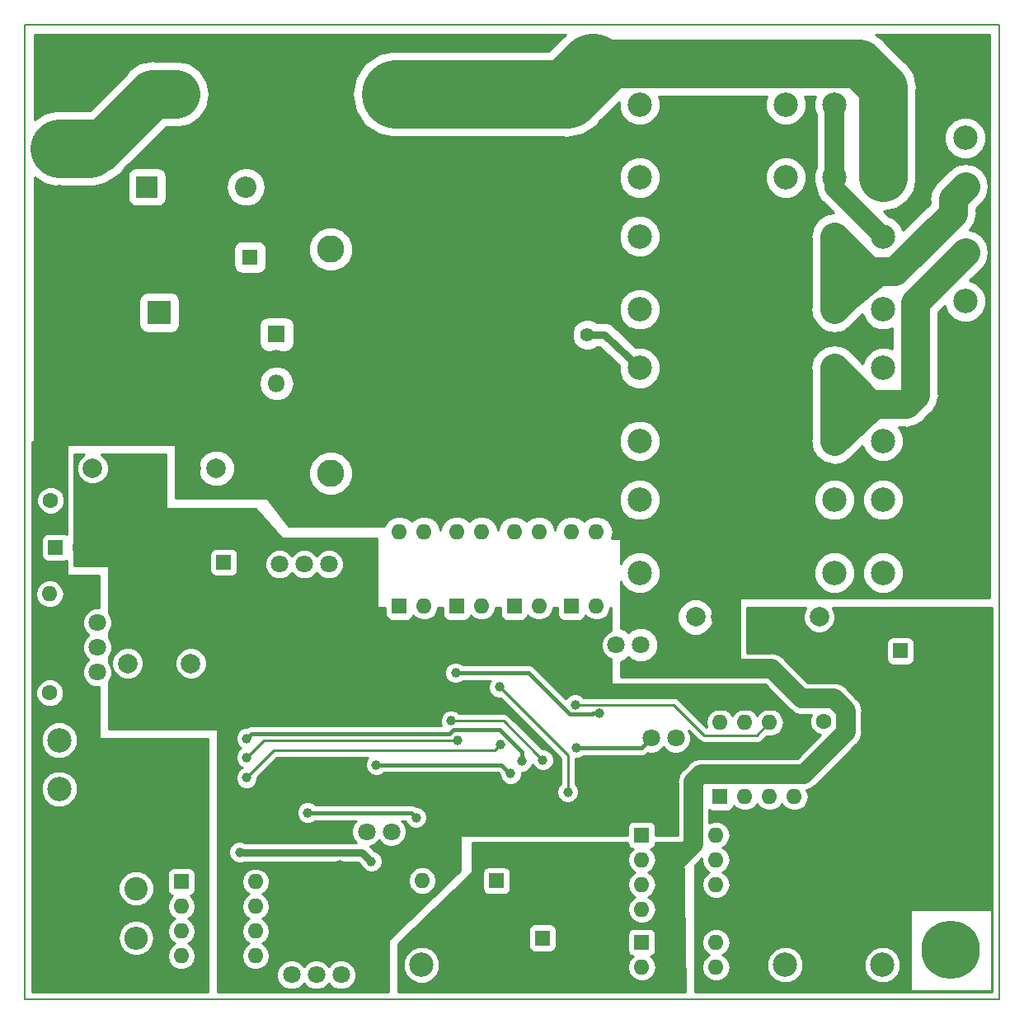
<source format=gbr>
%TF.GenerationSoftware,KiCad,Pcbnew,(6.0.0-rc1-dev-882-gdbc9130da)*%
%TF.CreationDate,2018-12-23T18:02:44+08:00*%
%TF.ProjectId,interface,696E746572666163652E6B696361645F,rev?*%
%TF.SameCoordinates,Original*%
%TF.FileFunction,Copper,L2,Bot,Signal*%
%TF.FilePolarity,Positive*%
%FSLAX46Y46*%
G04 Gerber Fmt 4.6, Leading zero omitted, Abs format (unit mm)*
G04 Created by KiCad (PCBNEW (6.0.0-rc1-dev-882-gdbc9130da)) date 2018/12/23 18:02:44*
%MOMM*%
%LPD*%
G01*
G04 APERTURE LIST*
%ADD10C,0.150000*%
%ADD11R,1.600000X1.600000*%
%ADD12O,1.600000X1.600000*%
%ADD13C,2.500000*%
%ADD14C,2.000000*%
%ADD15C,1.600000*%
%ADD16C,2.800000*%
%ADD17R,1.800000X1.800000*%
%ADD18O,1.800000X1.800000*%
%ADD19C,2.400000*%
%ADD20O,2.400000X2.400000*%
%ADD21C,1.800000*%
%ADD22O,4.000000X2.500000*%
%ADD23R,2.200000X2.200000*%
%ADD24O,2.200000X2.200000*%
%ADD25R,2.400000X2.400000*%
%ADD26C,1.400000*%
%ADD27C,6.000000*%
%ADD28C,1.000000*%
%ADD29C,1.200000*%
%ADD30C,1.100000*%
%ADD31C,0.762000*%
%ADD32C,2.000000*%
%ADD33C,7.000000*%
%ADD34C,5.000000*%
%ADD35C,0.381000*%
%ADD36C,0.254000*%
%ADD37C,6.000000*%
%ADD38C,3.000000*%
G04 APERTURE END LIST*
D10*
X100000000Y-150000000D02*
X200000000Y-150000000D01*
X200000000Y-150000000D02*
X200000000Y-50000000D01*
X100000000Y-50000000D02*
X200000000Y-50000000D01*
X100000000Y-50000000D02*
X100000000Y-150000000D01*
D11*
X150222372Y-109692440D03*
D12*
X152762372Y-102072440D03*
X152762372Y-109692440D03*
X150222372Y-102072440D03*
D13*
X188103560Y-106239960D03*
X183103560Y-106239960D03*
X178103560Y-106239960D03*
X188103560Y-98739960D03*
X183103560Y-98739960D03*
X178103560Y-98739960D03*
X163103560Y-106239960D03*
X163103560Y-98739960D03*
D14*
X106934000Y-95504000D03*
X112014000Y-95504000D03*
X117094000Y-95504000D03*
X119634000Y-95504000D03*
D15*
X102519480Y-118572280D03*
D12*
X102519480Y-108412280D03*
D16*
X131362542Y-96025806D03*
X131362542Y-73025806D03*
D11*
X163316920Y-133167120D03*
D12*
X170936920Y-140787120D03*
X163316920Y-135707120D03*
X170936920Y-138247120D03*
X163316920Y-138247120D03*
X170936920Y-135707120D03*
X163316920Y-140787120D03*
X170936920Y-133167120D03*
D11*
X171373800Y-129250440D03*
D12*
X178993800Y-121630440D03*
X173913800Y-129250440D03*
X176453800Y-121630440D03*
X176453800Y-129250440D03*
X173913800Y-121630440D03*
X178993800Y-129250440D03*
X171373800Y-121630440D03*
D11*
X163316920Y-144195800D03*
D12*
X170936920Y-146735800D03*
X163316920Y-146735800D03*
X170936920Y-144195800D03*
D11*
X116037360Y-137972800D03*
D12*
X123657360Y-145592800D03*
X116037360Y-140512800D03*
X123657360Y-143052800D03*
X116037360Y-143052800D03*
X123657360Y-140512800D03*
X116037360Y-145592800D03*
X123657360Y-137972800D03*
D11*
X156118560Y-109692440D03*
D12*
X158658560Y-102072440D03*
X158658560Y-109692440D03*
X156118560Y-102072440D03*
D11*
X144326186Y-109692440D03*
D12*
X146866186Y-102072440D03*
X146866186Y-109692440D03*
X144326186Y-102072440D03*
D11*
X148391880Y-137855960D03*
D12*
X140771880Y-135315960D03*
X148391880Y-135315960D03*
X140771880Y-137855960D03*
D11*
X138430000Y-109692440D03*
D12*
X140970000Y-102072440D03*
X140970000Y-109692440D03*
X138430000Y-102072440D03*
D14*
X181538880Y-110794800D03*
X176458880Y-110794800D03*
X171378880Y-110794800D03*
X168838880Y-110794800D03*
D17*
X125814542Y-81731806D03*
D18*
X125814542Y-84271806D03*
X125814542Y-86811806D03*
D14*
X117020480Y-115540400D03*
X117020480Y-120040400D03*
X110520480Y-115540400D03*
X110520480Y-120040400D03*
D19*
X111394240Y-138663680D03*
D20*
X111394240Y-143743680D03*
D15*
X181980840Y-121478040D03*
D12*
X192140840Y-121478040D03*
D15*
X102616000Y-98806000D03*
D12*
X112776000Y-98806000D03*
D13*
X188103560Y-92712972D03*
X183103560Y-92712972D03*
X178103560Y-92712972D03*
X188103560Y-85212972D03*
X183103560Y-85212972D03*
X178103560Y-85212972D03*
X163103560Y-92712972D03*
X163103560Y-85212972D03*
X188103560Y-79185986D03*
X183103560Y-79185986D03*
X178103560Y-79185986D03*
X188103560Y-71685986D03*
X183103560Y-71685986D03*
X178103560Y-71685986D03*
X163103560Y-79185986D03*
X163103560Y-71685986D03*
X188103560Y-65659000D03*
X183103560Y-65659000D03*
X178103560Y-65659000D03*
X188103560Y-58159000D03*
X183103560Y-58159000D03*
X178103560Y-58159000D03*
X163103560Y-65659000D03*
X163103560Y-58159000D03*
D21*
X132440680Y-147523200D03*
X129900680Y-147523200D03*
X127360680Y-147523200D03*
X107416600Y-116443760D03*
X107416600Y-113903760D03*
X107416600Y-111363760D03*
X132521960Y-132811520D03*
X135061960Y-132811520D03*
X137601960Y-132811520D03*
D13*
X188033680Y-146502120D03*
X183033680Y-146502120D03*
X178033680Y-146502120D03*
X103499920Y-133431280D03*
X103499920Y-128431280D03*
X103499920Y-123431280D03*
D21*
X133751320Y-105354120D03*
X131211320Y-105354120D03*
X126131320Y-105354120D03*
X128671320Y-105354120D03*
X164282120Y-123240800D03*
X166822120Y-123240800D03*
D13*
X196535040Y-102661720D03*
X196535040Y-107661720D03*
D21*
X160685480Y-113659920D03*
X163225480Y-113659920D03*
D13*
X145704560Y-146507200D03*
X140704560Y-146507200D03*
X196535040Y-73360280D03*
X196535040Y-78360280D03*
X196535040Y-61593720D03*
X196535040Y-66593720D03*
X103499920Y-67650360D03*
X103499920Y-62650360D03*
D22*
X115449000Y-57086500D03*
X138049000Y-57086500D03*
D23*
X112522000Y-66611500D03*
D24*
X122682000Y-66611500D03*
D11*
X153116280Y-143733520D03*
D15*
X153116280Y-147233520D03*
D11*
X120396000Y-105156000D03*
D15*
X120396000Y-102656000D03*
D11*
X189880240Y-114264440D03*
D15*
X189880240Y-116764440D03*
D11*
X123098560Y-73822560D03*
D15*
X120598560Y-73822560D03*
D25*
X113792000Y-79502000D03*
D19*
X106292000Y-79502000D03*
D11*
X103124000Y-103632000D03*
D15*
X105624000Y-103632000D03*
D26*
X157734000Y-81788000D03*
D27*
X105000000Y-55000000D03*
X195000000Y-55000000D03*
X105000000Y-145000000D03*
X195000000Y-145000000D03*
D28*
X117030500Y-124333000D03*
X147447000Y-95123000D03*
X151257000Y-95123000D03*
X153162000Y-95123000D03*
X156713312Y-95127688D03*
X158115000Y-91821000D03*
D29*
X134112000Y-65278000D03*
D28*
X127101600Y-95453200D03*
X116977160Y-134505120D03*
X109103154Y-128409120D03*
D30*
X122671840Y-133324600D03*
D28*
X132334000Y-136271000D03*
X136144000Y-142113000D03*
X160050480Y-127121920D03*
X142016480Y-131185920D03*
X144048480Y-131185920D03*
X146080480Y-132455920D03*
X174782480Y-119120920D03*
X145648680Y-114980720D03*
X128884680Y-143327126D03*
X136662160Y-148348120D03*
X182275480Y-128518920D03*
X176230982Y-133512719D03*
X185831480Y-136138920D03*
X192752980Y-130169920D03*
D19*
X188117480Y-135249920D03*
D28*
X191216280Y-112186720D03*
D19*
X189336696Y-139009120D03*
D28*
X135539480Y-135884920D03*
X122026680Y-134945120D03*
X159009800Y-120660533D03*
X144227000Y-116514400D03*
X156483733Y-119779533D03*
X156591000Y-124206000D03*
X143739163Y-121450833D03*
X153161998Y-125476000D03*
X140162280Y-131389120D03*
X129006980Y-130889121D03*
X122737880Y-123261120D03*
X151003000Y-125603020D03*
X155732480Y-128772920D03*
X148717000Y-117991008D03*
X122738600Y-125201200D03*
X144398994Y-123444000D03*
X122738600Y-127284000D03*
X148821931Y-123894249D03*
X136048200Y-125963200D03*
X149840782Y-126881692D03*
D31*
X159512000Y-81788000D02*
X163103560Y-85212972D01*
X157734000Y-81788000D02*
X159512000Y-81788000D01*
D32*
X169367399Y-126942439D02*
X168628919Y-127680919D01*
X179754119Y-119170039D02*
X183088681Y-119170039D01*
X183088681Y-119170039D02*
X184288841Y-120370199D01*
X184288841Y-120370199D02*
X184288841Y-122585881D01*
X184288841Y-122585881D02*
X179932283Y-126942439D01*
X179932283Y-126942439D02*
X169367399Y-126942439D01*
X168628919Y-127680919D02*
X168628919Y-134139081D01*
X168628919Y-134139081D02*
X166624000Y-136144000D01*
X179754119Y-119170039D02*
X176662080Y-116078000D01*
X176662080Y-116078000D02*
X172974000Y-116078000D01*
D31*
X134599680Y-134945120D02*
X122733786Y-134945120D01*
X122733786Y-134945120D02*
X122026680Y-134945120D01*
X135539480Y-135884920D02*
X134599680Y-134945120D01*
D33*
X138049000Y-57086500D02*
X155575000Y-57086500D01*
D34*
X188103560Y-63891234D02*
X188103560Y-65659000D01*
X188103560Y-56391234D02*
X188103560Y-63891234D01*
X185613325Y-53900999D02*
X188103560Y-56391234D01*
X159205001Y-53900999D02*
X185613325Y-53900999D01*
X158750000Y-54356000D02*
X159205001Y-53900999D01*
X158305500Y-54356000D02*
X158750000Y-54356000D01*
D33*
X155575000Y-57086500D02*
X158305500Y-54356000D01*
D35*
X144227000Y-116514400D02*
X151694600Y-116514400D01*
X158302694Y-120660533D02*
X159009800Y-120660533D01*
X158239193Y-120724034D02*
X158302694Y-120660533D01*
X155904234Y-120724034D02*
X158239193Y-120724034D01*
X151694600Y-116514400D02*
X155904234Y-120724034D01*
D36*
X166592933Y-119779533D02*
X169751841Y-122938441D01*
X156483733Y-119779533D02*
X166592933Y-119779533D01*
X169751841Y-122938441D02*
X175145799Y-122938441D01*
X175145799Y-122938441D02*
X176453800Y-121630440D01*
D37*
X103499920Y-62650360D02*
X106605562Y-62650360D01*
D34*
X107529640Y-62650360D02*
X106605562Y-62650360D01*
X115449000Y-57086500D02*
X113093500Y-57086500D01*
X113093500Y-57086500D02*
X107529640Y-62650360D01*
D32*
X183103560Y-58159000D02*
X183103560Y-65659000D01*
X183103560Y-66685986D02*
X188103560Y-71685986D01*
X183103560Y-65659000D02*
X183103560Y-66685986D01*
D38*
X184353559Y-77935987D02*
X183103560Y-79185986D01*
X186361561Y-74943987D02*
X186361561Y-75927985D01*
X183103560Y-71685986D02*
X186361561Y-74943987D01*
X183103560Y-71685986D02*
X183103560Y-79185986D01*
X189300388Y-75311000D02*
X187579000Y-75311000D01*
X195285041Y-69326347D02*
X189300388Y-75311000D01*
X195285041Y-67843719D02*
X195285041Y-69326347D01*
X196535040Y-66593720D02*
X195285041Y-67843719D01*
X186361561Y-75927985D02*
X187579000Y-75311000D01*
X187579000Y-75311000D02*
X184353559Y-77935987D01*
X184353559Y-86462971D02*
X183103560Y-85212972D01*
X186361561Y-88470973D02*
X184353559Y-86462971D01*
X186361561Y-89454971D02*
X186361561Y-88470973D01*
X183103560Y-85212972D02*
X183103560Y-92712972D01*
X191389000Y-78506320D02*
X191389000Y-88011000D01*
X196535040Y-73360280D02*
X191389000Y-78506320D01*
X190500000Y-88900000D02*
X187198000Y-88900000D01*
X191389000Y-88011000D02*
X190500000Y-88900000D01*
X183103560Y-92712972D02*
X187198000Y-88900000D01*
X187198000Y-88900000D02*
X186361561Y-89454971D01*
D35*
X163316920Y-124206000D02*
X157298106Y-124206000D01*
X164282120Y-123240800D02*
X163316920Y-124206000D01*
X157298106Y-124206000D02*
X156591000Y-124206000D01*
D36*
X143739163Y-121450833D02*
X149136831Y-121450833D01*
X152661999Y-124976001D02*
X153161998Y-125476000D01*
X149136831Y-121450833D02*
X152661999Y-124976001D01*
D35*
X140162280Y-131389120D02*
X139662281Y-130889121D01*
X129146681Y-130889121D02*
X129006980Y-130889121D01*
X139662281Y-130889121D02*
X129006980Y-130889121D01*
X143945639Y-122372499D02*
X148733605Y-122372499D01*
X143557017Y-122761121D02*
X143945639Y-122372499D01*
X148733605Y-122372499D02*
X151003000Y-124641894D01*
X123237879Y-122761121D02*
X143557017Y-122761121D01*
X151003000Y-124641894D02*
X151003000Y-124895914D01*
X151003000Y-124895914D02*
X151003000Y-125603020D01*
X122737880Y-123261120D02*
X123237879Y-122761121D01*
D36*
X155732480Y-125006488D02*
X155732480Y-128772920D01*
X148717000Y-117991008D02*
X155732480Y-125006488D01*
X124495800Y-123444000D02*
X143691888Y-123444000D01*
X143691888Y-123444000D02*
X144398994Y-123444000D01*
X122738600Y-125201200D02*
X124495800Y-123444000D01*
X148256180Y-124460000D02*
X148321932Y-124394248D01*
X148321932Y-124394248D02*
X148821931Y-123894249D01*
X125562600Y-124460000D02*
X148256180Y-124460000D01*
X122738600Y-127284000D02*
X125562600Y-124460000D01*
D35*
X148922290Y-125963200D02*
X149340783Y-126381693D01*
X136048200Y-125963200D02*
X148922290Y-125963200D01*
X149340783Y-126381693D02*
X149840782Y-126881692D01*
D36*
G36*
X188536765Y-75688550D02*
X183384552Y-80361487D01*
X183264734Y-70536338D01*
X188536765Y-75688550D01*
X188536765Y-75688550D01*
G37*
X188536765Y-75688550D02*
X183384552Y-80361487D01*
X183264734Y-70536338D01*
X188536765Y-75688550D01*
G36*
X188001982Y-88903638D02*
X183259970Y-92578698D01*
X183231555Y-85461919D01*
X188001982Y-88903638D01*
X188001982Y-88903638D01*
G37*
X188001982Y-88903638D02*
X183259970Y-92578698D01*
X183231555Y-85461919D01*
X188001982Y-88903638D01*
G36*
X180152794Y-109868647D02*
X179903880Y-110469578D01*
X179903880Y-111120022D01*
X180152794Y-111720953D01*
X180612727Y-112180886D01*
X181213658Y-112429800D01*
X181864102Y-112429800D01*
X182465033Y-112180886D01*
X182924966Y-111720953D01*
X183173880Y-111120022D01*
X183173880Y-110469578D01*
X182924966Y-109868647D01*
X182911319Y-109855000D01*
X199290000Y-109855000D01*
X199290000Y-149290000D01*
X168783000Y-149290000D01*
X168783000Y-144195800D01*
X169473807Y-144195800D01*
X169585180Y-144755709D01*
X169902343Y-145230377D01*
X170254678Y-145465800D01*
X169902343Y-145701223D01*
X169585180Y-146175891D01*
X169473807Y-146735800D01*
X169585180Y-147295709D01*
X169902343Y-147770377D01*
X170377011Y-148087540D01*
X170795587Y-148170800D01*
X171078253Y-148170800D01*
X171496829Y-148087540D01*
X171971497Y-147770377D01*
X172288660Y-147295709D01*
X172400033Y-146735800D01*
X172288660Y-146175891D01*
X172256106Y-146127170D01*
X176148680Y-146127170D01*
X176148680Y-146877070D01*
X176435654Y-147569887D01*
X176965913Y-148100146D01*
X177658730Y-148387120D01*
X178408630Y-148387120D01*
X179101447Y-148100146D01*
X179631706Y-147569887D01*
X179918680Y-146877070D01*
X179918680Y-146127170D01*
X186148680Y-146127170D01*
X186148680Y-146877070D01*
X186435654Y-147569887D01*
X186965913Y-148100146D01*
X187658730Y-148387120D01*
X188408630Y-148387120D01*
X189101447Y-148100146D01*
X189631706Y-147569887D01*
X189918680Y-146877070D01*
X189918680Y-146127170D01*
X189631706Y-145434353D01*
X189101447Y-144904094D01*
X188408630Y-144617120D01*
X187658730Y-144617120D01*
X186965913Y-144904094D01*
X186435654Y-145434353D01*
X186148680Y-146127170D01*
X179918680Y-146127170D01*
X179631706Y-145434353D01*
X179101447Y-144904094D01*
X178408630Y-144617120D01*
X177658730Y-144617120D01*
X176965913Y-144904094D01*
X176435654Y-145434353D01*
X176148680Y-146127170D01*
X172256106Y-146127170D01*
X171971497Y-145701223D01*
X171619162Y-145465800D01*
X171971497Y-145230377D01*
X172288660Y-144755709D01*
X172400033Y-144195800D01*
X172288660Y-143635891D01*
X171971497Y-143161223D01*
X171496829Y-142844060D01*
X171078253Y-142760800D01*
X170795587Y-142760800D01*
X170377011Y-142844060D01*
X169902343Y-143161223D01*
X169585180Y-143635891D01*
X169473807Y-144195800D01*
X168783000Y-144195800D01*
X168783000Y-140970000D01*
X190881000Y-140970000D01*
X190881000Y-149098000D01*
X190890667Y-149146601D01*
X190918197Y-149187803D01*
X190959399Y-149215333D01*
X191008000Y-149225000D01*
X199136000Y-149225000D01*
X199184601Y-149215333D01*
X199225803Y-149187803D01*
X199253333Y-149146601D01*
X199263000Y-149098000D01*
X199263000Y-140970000D01*
X199253333Y-140921399D01*
X199225803Y-140880197D01*
X199184601Y-140852667D01*
X199136000Y-140843000D01*
X191008000Y-140843000D01*
X190959399Y-140852667D01*
X190918197Y-140880197D01*
X190890667Y-140921399D01*
X190881000Y-140970000D01*
X168783000Y-140970000D01*
X168783000Y-136297239D01*
X169498808Y-135581431D01*
X169473807Y-135707120D01*
X169585180Y-136267029D01*
X169902343Y-136741697D01*
X170254678Y-136977120D01*
X169902343Y-137212543D01*
X169585180Y-137687211D01*
X169473807Y-138247120D01*
X169585180Y-138807029D01*
X169902343Y-139281697D01*
X170377011Y-139598860D01*
X170795587Y-139682120D01*
X171078253Y-139682120D01*
X171496829Y-139598860D01*
X171971497Y-139281697D01*
X172288660Y-138807029D01*
X172400033Y-138247120D01*
X172288660Y-137687211D01*
X171971497Y-137212543D01*
X171619162Y-136977120D01*
X171971497Y-136741697D01*
X172288660Y-136267029D01*
X172400033Y-135707120D01*
X172288660Y-135147211D01*
X171971497Y-134672543D01*
X171619162Y-134437120D01*
X171971497Y-134201697D01*
X172288660Y-133727029D01*
X172400033Y-133167120D01*
X172288660Y-132607211D01*
X171971497Y-132132543D01*
X171496829Y-131815380D01*
X171078253Y-131732120D01*
X170795587Y-131732120D01*
X170377011Y-131815380D01*
X170263919Y-131890946D01*
X170263919Y-130607092D01*
X170326035Y-130648597D01*
X170573800Y-130697880D01*
X172173800Y-130697880D01*
X172421565Y-130648597D01*
X172631609Y-130508249D01*
X172771957Y-130298205D01*
X172798585Y-130164334D01*
X172879223Y-130285017D01*
X173353891Y-130602180D01*
X173772467Y-130685440D01*
X174055133Y-130685440D01*
X174473709Y-130602180D01*
X174948377Y-130285017D01*
X175183800Y-129932682D01*
X175419223Y-130285017D01*
X175893891Y-130602180D01*
X176312467Y-130685440D01*
X176595133Y-130685440D01*
X177013709Y-130602180D01*
X177488377Y-130285017D01*
X177723800Y-129932682D01*
X177959223Y-130285017D01*
X178433891Y-130602180D01*
X178852467Y-130685440D01*
X179135133Y-130685440D01*
X179553709Y-130602180D01*
X180028377Y-130285017D01*
X180345540Y-129810349D01*
X180456913Y-129250440D01*
X180345540Y-128690531D01*
X180249249Y-128546422D01*
X180570228Y-128482575D01*
X181111052Y-128121208D01*
X181202271Y-127984689D01*
X185331094Y-123855867D01*
X185467610Y-123764650D01*
X185828977Y-123223826D01*
X185923841Y-122746912D01*
X185923841Y-122746908D01*
X185955871Y-122585882D01*
X185923841Y-122424856D01*
X185923841Y-120531230D01*
X185955872Y-120370199D01*
X185828977Y-119732253D01*
X185558827Y-119327945D01*
X185558825Y-119327943D01*
X185467610Y-119191430D01*
X185331096Y-119100215D01*
X184358669Y-118127788D01*
X184267450Y-117991270D01*
X183726626Y-117629903D01*
X183249712Y-117535039D01*
X183249711Y-117535039D01*
X183088681Y-117503008D01*
X182927651Y-117535039D01*
X180431358Y-117535039D01*
X177932068Y-115035750D01*
X177840849Y-114899231D01*
X177300025Y-114537864D01*
X176823111Y-114443000D01*
X176823110Y-114443000D01*
X176662080Y-114410969D01*
X176501050Y-114443000D01*
X174117000Y-114443000D01*
X174117000Y-113464440D01*
X188432800Y-113464440D01*
X188432800Y-115064440D01*
X188482083Y-115312205D01*
X188622431Y-115522249D01*
X188832475Y-115662597D01*
X189080240Y-115711880D01*
X190680240Y-115711880D01*
X190928005Y-115662597D01*
X191138049Y-115522249D01*
X191278397Y-115312205D01*
X191327680Y-115064440D01*
X191327680Y-113464440D01*
X191278397Y-113216675D01*
X191138049Y-113006631D01*
X190928005Y-112866283D01*
X190680240Y-112817000D01*
X189080240Y-112817000D01*
X188832475Y-112866283D01*
X188622431Y-113006631D01*
X188482083Y-113216675D01*
X188432800Y-113464440D01*
X174117000Y-113464440D01*
X174117000Y-109855000D01*
X180166441Y-109855000D01*
X180152794Y-109868647D01*
X180152794Y-109868647D01*
G37*
X180152794Y-109868647D02*
X179903880Y-110469578D01*
X179903880Y-111120022D01*
X180152794Y-111720953D01*
X180612727Y-112180886D01*
X181213658Y-112429800D01*
X181864102Y-112429800D01*
X182465033Y-112180886D01*
X182924966Y-111720953D01*
X183173880Y-111120022D01*
X183173880Y-110469578D01*
X182924966Y-109868647D01*
X182911319Y-109855000D01*
X199290000Y-109855000D01*
X199290000Y-149290000D01*
X168783000Y-149290000D01*
X168783000Y-144195800D01*
X169473807Y-144195800D01*
X169585180Y-144755709D01*
X169902343Y-145230377D01*
X170254678Y-145465800D01*
X169902343Y-145701223D01*
X169585180Y-146175891D01*
X169473807Y-146735800D01*
X169585180Y-147295709D01*
X169902343Y-147770377D01*
X170377011Y-148087540D01*
X170795587Y-148170800D01*
X171078253Y-148170800D01*
X171496829Y-148087540D01*
X171971497Y-147770377D01*
X172288660Y-147295709D01*
X172400033Y-146735800D01*
X172288660Y-146175891D01*
X172256106Y-146127170D01*
X176148680Y-146127170D01*
X176148680Y-146877070D01*
X176435654Y-147569887D01*
X176965913Y-148100146D01*
X177658730Y-148387120D01*
X178408630Y-148387120D01*
X179101447Y-148100146D01*
X179631706Y-147569887D01*
X179918680Y-146877070D01*
X179918680Y-146127170D01*
X186148680Y-146127170D01*
X186148680Y-146877070D01*
X186435654Y-147569887D01*
X186965913Y-148100146D01*
X187658730Y-148387120D01*
X188408630Y-148387120D01*
X189101447Y-148100146D01*
X189631706Y-147569887D01*
X189918680Y-146877070D01*
X189918680Y-146127170D01*
X189631706Y-145434353D01*
X189101447Y-144904094D01*
X188408630Y-144617120D01*
X187658730Y-144617120D01*
X186965913Y-144904094D01*
X186435654Y-145434353D01*
X186148680Y-146127170D01*
X179918680Y-146127170D01*
X179631706Y-145434353D01*
X179101447Y-144904094D01*
X178408630Y-144617120D01*
X177658730Y-144617120D01*
X176965913Y-144904094D01*
X176435654Y-145434353D01*
X176148680Y-146127170D01*
X172256106Y-146127170D01*
X171971497Y-145701223D01*
X171619162Y-145465800D01*
X171971497Y-145230377D01*
X172288660Y-144755709D01*
X172400033Y-144195800D01*
X172288660Y-143635891D01*
X171971497Y-143161223D01*
X171496829Y-142844060D01*
X171078253Y-142760800D01*
X170795587Y-142760800D01*
X170377011Y-142844060D01*
X169902343Y-143161223D01*
X169585180Y-143635891D01*
X169473807Y-144195800D01*
X168783000Y-144195800D01*
X168783000Y-140970000D01*
X190881000Y-140970000D01*
X190881000Y-149098000D01*
X190890667Y-149146601D01*
X190918197Y-149187803D01*
X190959399Y-149215333D01*
X191008000Y-149225000D01*
X199136000Y-149225000D01*
X199184601Y-149215333D01*
X199225803Y-149187803D01*
X199253333Y-149146601D01*
X199263000Y-149098000D01*
X199263000Y-140970000D01*
X199253333Y-140921399D01*
X199225803Y-140880197D01*
X199184601Y-140852667D01*
X199136000Y-140843000D01*
X191008000Y-140843000D01*
X190959399Y-140852667D01*
X190918197Y-140880197D01*
X190890667Y-140921399D01*
X190881000Y-140970000D01*
X168783000Y-140970000D01*
X168783000Y-136297239D01*
X169498808Y-135581431D01*
X169473807Y-135707120D01*
X169585180Y-136267029D01*
X169902343Y-136741697D01*
X170254678Y-136977120D01*
X169902343Y-137212543D01*
X169585180Y-137687211D01*
X169473807Y-138247120D01*
X169585180Y-138807029D01*
X169902343Y-139281697D01*
X170377011Y-139598860D01*
X170795587Y-139682120D01*
X171078253Y-139682120D01*
X171496829Y-139598860D01*
X171971497Y-139281697D01*
X172288660Y-138807029D01*
X172400033Y-138247120D01*
X172288660Y-137687211D01*
X171971497Y-137212543D01*
X171619162Y-136977120D01*
X171971497Y-136741697D01*
X172288660Y-136267029D01*
X172400033Y-135707120D01*
X172288660Y-135147211D01*
X171971497Y-134672543D01*
X171619162Y-134437120D01*
X171971497Y-134201697D01*
X172288660Y-133727029D01*
X172400033Y-133167120D01*
X172288660Y-132607211D01*
X171971497Y-132132543D01*
X171496829Y-131815380D01*
X171078253Y-131732120D01*
X170795587Y-131732120D01*
X170377011Y-131815380D01*
X170263919Y-131890946D01*
X170263919Y-130607092D01*
X170326035Y-130648597D01*
X170573800Y-130697880D01*
X172173800Y-130697880D01*
X172421565Y-130648597D01*
X172631609Y-130508249D01*
X172771957Y-130298205D01*
X172798585Y-130164334D01*
X172879223Y-130285017D01*
X173353891Y-130602180D01*
X173772467Y-130685440D01*
X174055133Y-130685440D01*
X174473709Y-130602180D01*
X174948377Y-130285017D01*
X175183800Y-129932682D01*
X175419223Y-130285017D01*
X175893891Y-130602180D01*
X176312467Y-130685440D01*
X176595133Y-130685440D01*
X177013709Y-130602180D01*
X177488377Y-130285017D01*
X177723800Y-129932682D01*
X177959223Y-130285017D01*
X178433891Y-130602180D01*
X178852467Y-130685440D01*
X179135133Y-130685440D01*
X179553709Y-130602180D01*
X180028377Y-130285017D01*
X180345540Y-129810349D01*
X180456913Y-129250440D01*
X180345540Y-128690531D01*
X180249249Y-128546422D01*
X180570228Y-128482575D01*
X181111052Y-128121208D01*
X181202271Y-127984689D01*
X185331094Y-123855867D01*
X185467610Y-123764650D01*
X185828977Y-123223826D01*
X185923841Y-122746912D01*
X185923841Y-122746908D01*
X185955871Y-122585882D01*
X185923841Y-122424856D01*
X185923841Y-120531230D01*
X185955872Y-120370199D01*
X185828977Y-119732253D01*
X185558827Y-119327945D01*
X185558825Y-119327943D01*
X185467610Y-119191430D01*
X185331096Y-119100215D01*
X184358669Y-118127788D01*
X184267450Y-117991270D01*
X183726626Y-117629903D01*
X183249712Y-117535039D01*
X183249711Y-117535039D01*
X183088681Y-117503008D01*
X182927651Y-117535039D01*
X180431358Y-117535039D01*
X177932068Y-115035750D01*
X177840849Y-114899231D01*
X177300025Y-114537864D01*
X176823111Y-114443000D01*
X176823110Y-114443000D01*
X176662080Y-114410969D01*
X176501050Y-114443000D01*
X174117000Y-114443000D01*
X174117000Y-113464440D01*
X188432800Y-113464440D01*
X188432800Y-115064440D01*
X188482083Y-115312205D01*
X188622431Y-115522249D01*
X188832475Y-115662597D01*
X189080240Y-115711880D01*
X190680240Y-115711880D01*
X190928005Y-115662597D01*
X191138049Y-115522249D01*
X191278397Y-115312205D01*
X191327680Y-115064440D01*
X191327680Y-113464440D01*
X191278397Y-113216675D01*
X191138049Y-113006631D01*
X190928005Y-112866283D01*
X190680240Y-112817000D01*
X189080240Y-112817000D01*
X188832475Y-112866283D01*
X188622431Y-113006631D01*
X188482083Y-113216675D01*
X188432800Y-113464440D01*
X174117000Y-113464440D01*
X174117000Y-109855000D01*
X180166441Y-109855000D01*
X180152794Y-109868647D01*
G36*
X106007847Y-94117914D02*
X105547914Y-94577847D01*
X105299000Y-95178778D01*
X105299000Y-95829222D01*
X105547914Y-96430153D01*
X106007847Y-96890086D01*
X106608778Y-97139000D01*
X107259222Y-97139000D01*
X107860153Y-96890086D01*
X108320086Y-96430153D01*
X108569000Y-95829222D01*
X108569000Y-95178778D01*
X108320086Y-94577847D01*
X107860153Y-94117914D01*
X107833804Y-94107000D01*
X114427000Y-94107000D01*
X114427000Y-99568000D01*
X114436667Y-99616601D01*
X114464197Y-99657803D01*
X114505399Y-99685333D01*
X114554000Y-99695000D01*
X123642132Y-99695000D01*
X126398381Y-102701817D01*
X126438348Y-102731111D01*
X126492000Y-102743000D01*
X136144000Y-102743000D01*
X136144000Y-109728000D01*
X136153667Y-109776601D01*
X136181197Y-109817803D01*
X136222399Y-109845333D01*
X136271000Y-109855000D01*
X136982560Y-109855000D01*
X136982560Y-110492440D01*
X137031843Y-110740205D01*
X137172191Y-110950249D01*
X137382235Y-111090597D01*
X137630000Y-111139880D01*
X139230000Y-111139880D01*
X139477765Y-111090597D01*
X139687809Y-110950249D01*
X139828157Y-110740205D01*
X139854785Y-110606334D01*
X139935423Y-110727017D01*
X140410091Y-111044180D01*
X140828667Y-111127440D01*
X141111333Y-111127440D01*
X141529909Y-111044180D01*
X142004577Y-110727017D01*
X142321740Y-110252349D01*
X142400778Y-109855000D01*
X142878746Y-109855000D01*
X142878746Y-110492440D01*
X142928029Y-110740205D01*
X143068377Y-110950249D01*
X143278421Y-111090597D01*
X143526186Y-111139880D01*
X145126186Y-111139880D01*
X145373951Y-111090597D01*
X145583995Y-110950249D01*
X145724343Y-110740205D01*
X145750971Y-110606334D01*
X145831609Y-110727017D01*
X146306277Y-111044180D01*
X146724853Y-111127440D01*
X147007519Y-111127440D01*
X147426095Y-111044180D01*
X147900763Y-110727017D01*
X148217926Y-110252349D01*
X148296964Y-109855000D01*
X148774932Y-109855000D01*
X148774932Y-110492440D01*
X148824215Y-110740205D01*
X148964563Y-110950249D01*
X149174607Y-111090597D01*
X149422372Y-111139880D01*
X151022372Y-111139880D01*
X151270137Y-111090597D01*
X151480181Y-110950249D01*
X151620529Y-110740205D01*
X151647157Y-110606334D01*
X151727795Y-110727017D01*
X152202463Y-111044180D01*
X152621039Y-111127440D01*
X152903705Y-111127440D01*
X153322281Y-111044180D01*
X153796949Y-110727017D01*
X154114112Y-110252349D01*
X154193150Y-109855000D01*
X154671120Y-109855000D01*
X154671120Y-110492440D01*
X154720403Y-110740205D01*
X154860751Y-110950249D01*
X155070795Y-111090597D01*
X155318560Y-111139880D01*
X156918560Y-111139880D01*
X157166325Y-111090597D01*
X157376369Y-110950249D01*
X157516717Y-110740205D01*
X157543345Y-110606334D01*
X157623983Y-110727017D01*
X158098651Y-111044180D01*
X158517227Y-111127440D01*
X158799893Y-111127440D01*
X159218469Y-111044180D01*
X159693137Y-110727017D01*
X160010300Y-110252349D01*
X160089338Y-109855000D01*
X160147000Y-109855000D01*
X160147000Y-112221494D01*
X159815973Y-112358610D01*
X159384170Y-112790413D01*
X159150480Y-113354590D01*
X159150480Y-113965250D01*
X159384170Y-114529427D01*
X159815973Y-114961230D01*
X160147000Y-115098346D01*
X160147000Y-117602000D01*
X160156667Y-117650601D01*
X160184197Y-117691803D01*
X160225399Y-117719333D01*
X160274000Y-117729000D01*
X176000842Y-117729000D01*
X178484133Y-120212292D01*
X178575350Y-120348808D01*
X179116174Y-120710175D01*
X179593088Y-120805039D01*
X179593092Y-120805039D01*
X179754118Y-120837069D01*
X179915144Y-120805039D01*
X180706374Y-120805039D01*
X180545840Y-121192601D01*
X180545840Y-121763479D01*
X180764306Y-122290902D01*
X181167978Y-122694574D01*
X181662904Y-122899579D01*
X179255045Y-125307439D01*
X169528424Y-125307439D01*
X169367398Y-125275409D01*
X169206372Y-125307439D01*
X169206368Y-125307439D01*
X168729454Y-125402303D01*
X168188630Y-125763670D01*
X168097411Y-125900189D01*
X167586669Y-126410931D01*
X167450150Y-126502150D01*
X167088783Y-127042975D01*
X166995933Y-127509766D01*
X166961888Y-127680919D01*
X166993919Y-127841949D01*
X166993920Y-133223000D01*
X164764360Y-133223000D01*
X164764360Y-132367120D01*
X164715077Y-132119355D01*
X164574729Y-131909311D01*
X164364685Y-131768963D01*
X164116920Y-131719680D01*
X162516920Y-131719680D01*
X162269155Y-131768963D01*
X162059111Y-131909311D01*
X161918763Y-132119355D01*
X161869480Y-132367120D01*
X161869480Y-133223000D01*
X144780000Y-133223000D01*
X144731399Y-133232667D01*
X144690197Y-133260197D01*
X144662667Y-133301399D01*
X144653000Y-133350000D01*
X144653000Y-136852085D01*
X137325786Y-143926636D01*
X137297538Y-143967349D01*
X137287000Y-144018000D01*
X137287000Y-149290000D01*
X119761000Y-149290000D01*
X119761000Y-147217870D01*
X125825680Y-147217870D01*
X125825680Y-147828530D01*
X126059370Y-148392707D01*
X126491173Y-148824510D01*
X127055350Y-149058200D01*
X127666010Y-149058200D01*
X128230187Y-148824510D01*
X128630680Y-148424017D01*
X129031173Y-148824510D01*
X129595350Y-149058200D01*
X130206010Y-149058200D01*
X130770187Y-148824510D01*
X131170680Y-148424017D01*
X131571173Y-148824510D01*
X132135350Y-149058200D01*
X132746010Y-149058200D01*
X133310187Y-148824510D01*
X133741990Y-148392707D01*
X133975680Y-147828530D01*
X133975680Y-147217870D01*
X133741990Y-146653693D01*
X133310187Y-146221890D01*
X132746010Y-145988200D01*
X132135350Y-145988200D01*
X131571173Y-146221890D01*
X131170680Y-146622383D01*
X130770187Y-146221890D01*
X130206010Y-145988200D01*
X129595350Y-145988200D01*
X129031173Y-146221890D01*
X128630680Y-146622383D01*
X128230187Y-146221890D01*
X127666010Y-145988200D01*
X127055350Y-145988200D01*
X126491173Y-146221890D01*
X126059370Y-146653693D01*
X125825680Y-147217870D01*
X119761000Y-147217870D01*
X119761000Y-137972800D01*
X122194247Y-137972800D01*
X122305620Y-138532709D01*
X122622783Y-139007377D01*
X122975118Y-139242800D01*
X122622783Y-139478223D01*
X122305620Y-139952891D01*
X122194247Y-140512800D01*
X122305620Y-141072709D01*
X122622783Y-141547377D01*
X122975118Y-141782800D01*
X122622783Y-142018223D01*
X122305620Y-142492891D01*
X122194247Y-143052800D01*
X122305620Y-143612709D01*
X122622783Y-144087377D01*
X122975118Y-144322800D01*
X122622783Y-144558223D01*
X122305620Y-145032891D01*
X122194247Y-145592800D01*
X122305620Y-146152709D01*
X122622783Y-146627377D01*
X123097451Y-146944540D01*
X123516027Y-147027800D01*
X123798693Y-147027800D01*
X124217269Y-146944540D01*
X124691937Y-146627377D01*
X125009100Y-146152709D01*
X125120473Y-145592800D01*
X125009100Y-145032891D01*
X124691937Y-144558223D01*
X124339602Y-144322800D01*
X124691937Y-144087377D01*
X125009100Y-143612709D01*
X125120473Y-143052800D01*
X125009100Y-142492891D01*
X124691937Y-142018223D01*
X124339602Y-141782800D01*
X124691937Y-141547377D01*
X125009100Y-141072709D01*
X125120473Y-140512800D01*
X125009100Y-139952891D01*
X124691937Y-139478223D01*
X124339602Y-139242800D01*
X124691937Y-139007377D01*
X125009100Y-138532709D01*
X125120473Y-137972800D01*
X125097233Y-137855960D01*
X139308767Y-137855960D01*
X139420140Y-138415869D01*
X139737303Y-138890537D01*
X140211971Y-139207700D01*
X140630547Y-139290960D01*
X140913213Y-139290960D01*
X141331789Y-139207700D01*
X141806457Y-138890537D01*
X142123620Y-138415869D01*
X142234993Y-137855960D01*
X142123620Y-137296051D01*
X141806457Y-136821383D01*
X141331789Y-136504220D01*
X140913213Y-136420960D01*
X140630547Y-136420960D01*
X140211971Y-136504220D01*
X139737303Y-136821383D01*
X139420140Y-137296051D01*
X139308767Y-137855960D01*
X125097233Y-137855960D01*
X125009100Y-137412891D01*
X124691937Y-136938223D01*
X124217269Y-136621060D01*
X123798693Y-136537800D01*
X123516027Y-136537800D01*
X123097451Y-136621060D01*
X122622783Y-136938223D01*
X122305620Y-137412891D01*
X122194247Y-137972800D01*
X119761000Y-137972800D01*
X119761000Y-134719354D01*
X120891680Y-134719354D01*
X120891680Y-135170886D01*
X121064473Y-135588046D01*
X121383754Y-135907327D01*
X121800914Y-136080120D01*
X122252446Y-136080120D01*
X122539738Y-135961120D01*
X134178840Y-135961120D01*
X134458273Y-136240553D01*
X134577273Y-136527846D01*
X134896554Y-136847127D01*
X135313714Y-137019920D01*
X135765246Y-137019920D01*
X136182406Y-136847127D01*
X136501687Y-136527846D01*
X136674480Y-136110686D01*
X136674480Y-135659154D01*
X136501687Y-135241994D01*
X136182406Y-134922713D01*
X135895113Y-134803713D01*
X135417233Y-134325833D01*
X135931467Y-134112830D01*
X136331960Y-133712337D01*
X136732453Y-134112830D01*
X137296630Y-134346520D01*
X137907290Y-134346520D01*
X138471467Y-134112830D01*
X138903270Y-133681027D01*
X139136960Y-133116850D01*
X139136960Y-132506190D01*
X138903270Y-131942013D01*
X138675878Y-131714621D01*
X139068592Y-131714621D01*
X139200073Y-132032046D01*
X139519354Y-132351327D01*
X139936514Y-132524120D01*
X140388046Y-132524120D01*
X140805206Y-132351327D01*
X141124487Y-132032046D01*
X141297280Y-131614886D01*
X141297280Y-131163354D01*
X141124487Y-130746194D01*
X140805206Y-130426913D01*
X140388046Y-130254120D01*
X140197795Y-130254120D01*
X139984375Y-130111517D01*
X139743584Y-130063621D01*
X139743582Y-130063621D01*
X139662281Y-130047449D01*
X139580980Y-130063621D01*
X129786613Y-130063621D01*
X129649906Y-129926914D01*
X129232746Y-129754121D01*
X128781214Y-129754121D01*
X128364054Y-129926914D01*
X128044773Y-130246195D01*
X127871980Y-130663355D01*
X127871980Y-131114887D01*
X128044773Y-131532047D01*
X128364054Y-131851328D01*
X128781214Y-132024121D01*
X129232746Y-132024121D01*
X129649906Y-131851328D01*
X129786613Y-131714621D01*
X133988042Y-131714621D01*
X133760650Y-131942013D01*
X133526960Y-132506190D01*
X133526960Y-133116850D01*
X133760650Y-133681027D01*
X134008743Y-133929120D01*
X122539738Y-133929120D01*
X122252446Y-133810120D01*
X121800914Y-133810120D01*
X121383754Y-133982913D01*
X121064473Y-134302194D01*
X120891680Y-134719354D01*
X119761000Y-134719354D01*
X119761000Y-123035354D01*
X121602880Y-123035354D01*
X121602880Y-123486886D01*
X121775673Y-123904046D01*
X122094954Y-124223327D01*
X122114225Y-124231309D01*
X122095674Y-124238993D01*
X121776393Y-124558274D01*
X121603600Y-124975434D01*
X121603600Y-125426966D01*
X121776393Y-125844126D01*
X122095674Y-126163407D01*
X122286863Y-126242600D01*
X122095674Y-126321793D01*
X121776393Y-126641074D01*
X121603600Y-127058234D01*
X121603600Y-127509766D01*
X121776393Y-127926926D01*
X122095674Y-128246207D01*
X122512834Y-128419000D01*
X122964366Y-128419000D01*
X123381526Y-128246207D01*
X123700807Y-127926926D01*
X123873600Y-127509766D01*
X123873600Y-127226630D01*
X125878231Y-125222000D01*
X135184267Y-125222000D01*
X135085993Y-125320274D01*
X134913200Y-125737434D01*
X134913200Y-126188966D01*
X135085993Y-126606126D01*
X135405274Y-126925407D01*
X135822434Y-127098200D01*
X136273966Y-127098200D01*
X136691126Y-126925407D01*
X136827833Y-126788700D01*
X148580357Y-126788700D01*
X148705782Y-126914125D01*
X148705782Y-127107458D01*
X148878575Y-127524618D01*
X149197856Y-127843899D01*
X149615016Y-128016692D01*
X150066548Y-128016692D01*
X150483708Y-127843899D01*
X150802989Y-127524618D01*
X150975782Y-127107458D01*
X150975782Y-126738020D01*
X151228766Y-126738020D01*
X151645926Y-126565227D01*
X151965207Y-126245946D01*
X152108806Y-125899268D01*
X152199791Y-126118926D01*
X152519072Y-126438207D01*
X152936232Y-126611000D01*
X153387764Y-126611000D01*
X153804924Y-126438207D01*
X154124205Y-126118926D01*
X154296998Y-125701766D01*
X154296998Y-125250234D01*
X154124205Y-124833074D01*
X153804924Y-124513793D01*
X153387764Y-124341000D01*
X153104629Y-124341000D01*
X149728714Y-120965086D01*
X149686202Y-120901462D01*
X149434148Y-120733045D01*
X149211879Y-120688833D01*
X149211874Y-120688833D01*
X149136831Y-120673906D01*
X149061788Y-120688833D01*
X144582296Y-120688833D01*
X144382089Y-120488626D01*
X143964929Y-120315833D01*
X143513397Y-120315833D01*
X143096237Y-120488626D01*
X142776956Y-120807907D01*
X142604163Y-121225067D01*
X142604163Y-121676599D01*
X142711453Y-121935621D01*
X123319176Y-121935621D01*
X123237878Y-121919450D01*
X123156580Y-121935621D01*
X123156576Y-121935621D01*
X122915785Y-121983517D01*
X122702365Y-122126120D01*
X122512114Y-122126120D01*
X122094954Y-122298913D01*
X121775673Y-122618194D01*
X121602880Y-123035354D01*
X119761000Y-123035354D01*
X119761000Y-122428000D01*
X119751333Y-122379399D01*
X119723803Y-122338197D01*
X119682601Y-122310667D01*
X119634000Y-122301000D01*
X108585000Y-122301000D01*
X108585000Y-117446177D01*
X108717910Y-117313267D01*
X108951600Y-116749090D01*
X108951600Y-116138430D01*
X108717910Y-115574253D01*
X108585000Y-115441343D01*
X108585000Y-115215178D01*
X108885480Y-115215178D01*
X108885480Y-115865622D01*
X109134394Y-116466553D01*
X109594327Y-116926486D01*
X110195258Y-117175400D01*
X110845702Y-117175400D01*
X111446633Y-116926486D01*
X111906566Y-116466553D01*
X112155480Y-115865622D01*
X112155480Y-115215178D01*
X115385480Y-115215178D01*
X115385480Y-115865622D01*
X115634394Y-116466553D01*
X116094327Y-116926486D01*
X116695258Y-117175400D01*
X117345702Y-117175400D01*
X117946633Y-116926486D01*
X118406566Y-116466553D01*
X118480262Y-116288634D01*
X143092000Y-116288634D01*
X143092000Y-116740166D01*
X143264793Y-117157326D01*
X143584074Y-117476607D01*
X144001234Y-117649400D01*
X144452766Y-117649400D01*
X144869926Y-117476607D01*
X145006633Y-117339900D01*
X147762975Y-117339900D01*
X147754793Y-117348082D01*
X147582000Y-117765242D01*
X147582000Y-118216774D01*
X147754793Y-118633934D01*
X148074074Y-118953215D01*
X148491234Y-119126008D01*
X148774370Y-119126008D01*
X154970480Y-125322119D01*
X154970481Y-127929786D01*
X154770273Y-128129994D01*
X154597480Y-128547154D01*
X154597480Y-128998686D01*
X154770273Y-129415846D01*
X155089554Y-129735127D01*
X155506714Y-129907920D01*
X155958246Y-129907920D01*
X156375406Y-129735127D01*
X156694687Y-129415846D01*
X156867480Y-128998686D01*
X156867480Y-128547154D01*
X156694687Y-128129994D01*
X156494480Y-127929787D01*
X156494480Y-125341000D01*
X156816766Y-125341000D01*
X157233926Y-125168207D01*
X157370633Y-125031500D01*
X163235619Y-125031500D01*
X163316920Y-125047672D01*
X163398221Y-125031500D01*
X163398223Y-125031500D01*
X163639014Y-124983604D01*
X163912072Y-124801152D01*
X163939369Y-124760300D01*
X163976790Y-124775800D01*
X164587450Y-124775800D01*
X165151627Y-124542110D01*
X165552120Y-124141617D01*
X165952613Y-124542110D01*
X166516790Y-124775800D01*
X167127450Y-124775800D01*
X167691627Y-124542110D01*
X168123430Y-124110307D01*
X168357120Y-123546130D01*
X168357120Y-122935470D01*
X168135004Y-122399234D01*
X169159959Y-123424190D01*
X169202470Y-123487812D01*
X169454524Y-123656229D01*
X169676793Y-123700441D01*
X169676794Y-123700441D01*
X169751841Y-123715369D01*
X169826888Y-123700441D01*
X175070756Y-123700441D01*
X175145799Y-123715368D01*
X175220842Y-123700441D01*
X175220847Y-123700441D01*
X175443116Y-123656229D01*
X175695170Y-123487812D01*
X175737682Y-123424188D01*
X176132273Y-123029597D01*
X176312467Y-123065440D01*
X176595133Y-123065440D01*
X177013709Y-122982180D01*
X177488377Y-122665017D01*
X177805540Y-122190349D01*
X177916913Y-121630440D01*
X177805540Y-121070531D01*
X177488377Y-120595863D01*
X177013709Y-120278700D01*
X176595133Y-120195440D01*
X176312467Y-120195440D01*
X175893891Y-120278700D01*
X175419223Y-120595863D01*
X175183800Y-120948198D01*
X174948377Y-120595863D01*
X174473709Y-120278700D01*
X174055133Y-120195440D01*
X173772467Y-120195440D01*
X173353891Y-120278700D01*
X172879223Y-120595863D01*
X172643800Y-120948198D01*
X172408377Y-120595863D01*
X171933709Y-120278700D01*
X171515133Y-120195440D01*
X171232467Y-120195440D01*
X170813891Y-120278700D01*
X170339223Y-120595863D01*
X170022060Y-121070531D01*
X169910687Y-121630440D01*
X170007331Y-122116300D01*
X167184816Y-119293786D01*
X167142304Y-119230162D01*
X166890250Y-119061745D01*
X166667981Y-119017533D01*
X166667976Y-119017533D01*
X166592933Y-119002606D01*
X166517890Y-119017533D01*
X157326866Y-119017533D01*
X157126659Y-118817326D01*
X156709499Y-118644533D01*
X156257967Y-118644533D01*
X155840807Y-118817326D01*
X155521526Y-119136607D01*
X155510605Y-119162972D01*
X152335809Y-115988177D01*
X152289752Y-115919248D01*
X152016694Y-115736796D01*
X151775903Y-115688900D01*
X151775901Y-115688900D01*
X151694600Y-115672728D01*
X151613299Y-115688900D01*
X145006633Y-115688900D01*
X144869926Y-115552193D01*
X144452766Y-115379400D01*
X144001234Y-115379400D01*
X143584074Y-115552193D01*
X143264793Y-115871474D01*
X143092000Y-116288634D01*
X118480262Y-116288634D01*
X118655480Y-115865622D01*
X118655480Y-115215178D01*
X118406566Y-114614247D01*
X117946633Y-114154314D01*
X117345702Y-113905400D01*
X116695258Y-113905400D01*
X116094327Y-114154314D01*
X115634394Y-114614247D01*
X115385480Y-115215178D01*
X112155480Y-115215178D01*
X111906566Y-114614247D01*
X111446633Y-114154314D01*
X110845702Y-113905400D01*
X110195258Y-113905400D01*
X109594327Y-114154314D01*
X109134394Y-114614247D01*
X108885480Y-115215178D01*
X108585000Y-115215178D01*
X108585000Y-114906177D01*
X108717910Y-114773267D01*
X108951600Y-114209090D01*
X108951600Y-113598430D01*
X108717910Y-113034253D01*
X108585000Y-112901343D01*
X108585000Y-112366177D01*
X108717910Y-112233267D01*
X108951600Y-111669090D01*
X108951600Y-111058430D01*
X108717910Y-110494253D01*
X108585000Y-110361343D01*
X108585000Y-105664000D01*
X108575333Y-105615399D01*
X108547803Y-105574197D01*
X108506601Y-105546667D01*
X108458000Y-105537000D01*
X105029000Y-105537000D01*
X105029000Y-104356000D01*
X118948560Y-104356000D01*
X118948560Y-105956000D01*
X118997843Y-106203765D01*
X119138191Y-106413809D01*
X119348235Y-106554157D01*
X119596000Y-106603440D01*
X121196000Y-106603440D01*
X121443765Y-106554157D01*
X121653809Y-106413809D01*
X121794157Y-106203765D01*
X121843440Y-105956000D01*
X121843440Y-105048790D01*
X124596320Y-105048790D01*
X124596320Y-105659450D01*
X124830010Y-106223627D01*
X125261813Y-106655430D01*
X125825990Y-106889120D01*
X126436650Y-106889120D01*
X127000827Y-106655430D01*
X127401320Y-106254937D01*
X127801813Y-106655430D01*
X128365990Y-106889120D01*
X128976650Y-106889120D01*
X129540827Y-106655430D01*
X129941320Y-106254937D01*
X130341813Y-106655430D01*
X130905990Y-106889120D01*
X131516650Y-106889120D01*
X132080827Y-106655430D01*
X132512630Y-106223627D01*
X132746320Y-105659450D01*
X132746320Y-105048790D01*
X132512630Y-104484613D01*
X132080827Y-104052810D01*
X131516650Y-103819120D01*
X130905990Y-103819120D01*
X130341813Y-104052810D01*
X129941320Y-104453303D01*
X129540827Y-104052810D01*
X128976650Y-103819120D01*
X128365990Y-103819120D01*
X127801813Y-104052810D01*
X127401320Y-104453303D01*
X127000827Y-104052810D01*
X126436650Y-103819120D01*
X125825990Y-103819120D01*
X125261813Y-104052810D01*
X124830010Y-104484613D01*
X124596320Y-105048790D01*
X121843440Y-105048790D01*
X121843440Y-104356000D01*
X121794157Y-104108235D01*
X121653809Y-103898191D01*
X121443765Y-103757843D01*
X121196000Y-103708560D01*
X119596000Y-103708560D01*
X119348235Y-103757843D01*
X119138191Y-103898191D01*
X118997843Y-104108235D01*
X118948560Y-104356000D01*
X105029000Y-104356000D01*
X105029000Y-94107000D01*
X106034196Y-94107000D01*
X106007847Y-94117914D01*
X106007847Y-94117914D01*
G37*
X106007847Y-94117914D02*
X105547914Y-94577847D01*
X105299000Y-95178778D01*
X105299000Y-95829222D01*
X105547914Y-96430153D01*
X106007847Y-96890086D01*
X106608778Y-97139000D01*
X107259222Y-97139000D01*
X107860153Y-96890086D01*
X108320086Y-96430153D01*
X108569000Y-95829222D01*
X108569000Y-95178778D01*
X108320086Y-94577847D01*
X107860153Y-94117914D01*
X107833804Y-94107000D01*
X114427000Y-94107000D01*
X114427000Y-99568000D01*
X114436667Y-99616601D01*
X114464197Y-99657803D01*
X114505399Y-99685333D01*
X114554000Y-99695000D01*
X123642132Y-99695000D01*
X126398381Y-102701817D01*
X126438348Y-102731111D01*
X126492000Y-102743000D01*
X136144000Y-102743000D01*
X136144000Y-109728000D01*
X136153667Y-109776601D01*
X136181197Y-109817803D01*
X136222399Y-109845333D01*
X136271000Y-109855000D01*
X136982560Y-109855000D01*
X136982560Y-110492440D01*
X137031843Y-110740205D01*
X137172191Y-110950249D01*
X137382235Y-111090597D01*
X137630000Y-111139880D01*
X139230000Y-111139880D01*
X139477765Y-111090597D01*
X139687809Y-110950249D01*
X139828157Y-110740205D01*
X139854785Y-110606334D01*
X139935423Y-110727017D01*
X140410091Y-111044180D01*
X140828667Y-111127440D01*
X141111333Y-111127440D01*
X141529909Y-111044180D01*
X142004577Y-110727017D01*
X142321740Y-110252349D01*
X142400778Y-109855000D01*
X142878746Y-109855000D01*
X142878746Y-110492440D01*
X142928029Y-110740205D01*
X143068377Y-110950249D01*
X143278421Y-111090597D01*
X143526186Y-111139880D01*
X145126186Y-111139880D01*
X145373951Y-111090597D01*
X145583995Y-110950249D01*
X145724343Y-110740205D01*
X145750971Y-110606334D01*
X145831609Y-110727017D01*
X146306277Y-111044180D01*
X146724853Y-111127440D01*
X147007519Y-111127440D01*
X147426095Y-111044180D01*
X147900763Y-110727017D01*
X148217926Y-110252349D01*
X148296964Y-109855000D01*
X148774932Y-109855000D01*
X148774932Y-110492440D01*
X148824215Y-110740205D01*
X148964563Y-110950249D01*
X149174607Y-111090597D01*
X149422372Y-111139880D01*
X151022372Y-111139880D01*
X151270137Y-111090597D01*
X151480181Y-110950249D01*
X151620529Y-110740205D01*
X151647157Y-110606334D01*
X151727795Y-110727017D01*
X152202463Y-111044180D01*
X152621039Y-111127440D01*
X152903705Y-111127440D01*
X153322281Y-111044180D01*
X153796949Y-110727017D01*
X154114112Y-110252349D01*
X154193150Y-109855000D01*
X154671120Y-109855000D01*
X154671120Y-110492440D01*
X154720403Y-110740205D01*
X154860751Y-110950249D01*
X155070795Y-111090597D01*
X155318560Y-111139880D01*
X156918560Y-111139880D01*
X157166325Y-111090597D01*
X157376369Y-110950249D01*
X157516717Y-110740205D01*
X157543345Y-110606334D01*
X157623983Y-110727017D01*
X158098651Y-111044180D01*
X158517227Y-111127440D01*
X158799893Y-111127440D01*
X159218469Y-111044180D01*
X159693137Y-110727017D01*
X160010300Y-110252349D01*
X160089338Y-109855000D01*
X160147000Y-109855000D01*
X160147000Y-112221494D01*
X159815973Y-112358610D01*
X159384170Y-112790413D01*
X159150480Y-113354590D01*
X159150480Y-113965250D01*
X159384170Y-114529427D01*
X159815973Y-114961230D01*
X160147000Y-115098346D01*
X160147000Y-117602000D01*
X160156667Y-117650601D01*
X160184197Y-117691803D01*
X160225399Y-117719333D01*
X160274000Y-117729000D01*
X176000842Y-117729000D01*
X178484133Y-120212292D01*
X178575350Y-120348808D01*
X179116174Y-120710175D01*
X179593088Y-120805039D01*
X179593092Y-120805039D01*
X179754118Y-120837069D01*
X179915144Y-120805039D01*
X180706374Y-120805039D01*
X180545840Y-121192601D01*
X180545840Y-121763479D01*
X180764306Y-122290902D01*
X181167978Y-122694574D01*
X181662904Y-122899579D01*
X179255045Y-125307439D01*
X169528424Y-125307439D01*
X169367398Y-125275409D01*
X169206372Y-125307439D01*
X169206368Y-125307439D01*
X168729454Y-125402303D01*
X168188630Y-125763670D01*
X168097411Y-125900189D01*
X167586669Y-126410931D01*
X167450150Y-126502150D01*
X167088783Y-127042975D01*
X166995933Y-127509766D01*
X166961888Y-127680919D01*
X166993919Y-127841949D01*
X166993920Y-133223000D01*
X164764360Y-133223000D01*
X164764360Y-132367120D01*
X164715077Y-132119355D01*
X164574729Y-131909311D01*
X164364685Y-131768963D01*
X164116920Y-131719680D01*
X162516920Y-131719680D01*
X162269155Y-131768963D01*
X162059111Y-131909311D01*
X161918763Y-132119355D01*
X161869480Y-132367120D01*
X161869480Y-133223000D01*
X144780000Y-133223000D01*
X144731399Y-133232667D01*
X144690197Y-133260197D01*
X144662667Y-133301399D01*
X144653000Y-133350000D01*
X144653000Y-136852085D01*
X137325786Y-143926636D01*
X137297538Y-143967349D01*
X137287000Y-144018000D01*
X137287000Y-149290000D01*
X119761000Y-149290000D01*
X119761000Y-147217870D01*
X125825680Y-147217870D01*
X125825680Y-147828530D01*
X126059370Y-148392707D01*
X126491173Y-148824510D01*
X127055350Y-149058200D01*
X127666010Y-149058200D01*
X128230187Y-148824510D01*
X128630680Y-148424017D01*
X129031173Y-148824510D01*
X129595350Y-149058200D01*
X130206010Y-149058200D01*
X130770187Y-148824510D01*
X131170680Y-148424017D01*
X131571173Y-148824510D01*
X132135350Y-149058200D01*
X132746010Y-149058200D01*
X133310187Y-148824510D01*
X133741990Y-148392707D01*
X133975680Y-147828530D01*
X133975680Y-147217870D01*
X133741990Y-146653693D01*
X133310187Y-146221890D01*
X132746010Y-145988200D01*
X132135350Y-145988200D01*
X131571173Y-146221890D01*
X131170680Y-146622383D01*
X130770187Y-146221890D01*
X130206010Y-145988200D01*
X129595350Y-145988200D01*
X129031173Y-146221890D01*
X128630680Y-146622383D01*
X128230187Y-146221890D01*
X127666010Y-145988200D01*
X127055350Y-145988200D01*
X126491173Y-146221890D01*
X126059370Y-146653693D01*
X125825680Y-147217870D01*
X119761000Y-147217870D01*
X119761000Y-137972800D01*
X122194247Y-137972800D01*
X122305620Y-138532709D01*
X122622783Y-139007377D01*
X122975118Y-139242800D01*
X122622783Y-139478223D01*
X122305620Y-139952891D01*
X122194247Y-140512800D01*
X122305620Y-141072709D01*
X122622783Y-141547377D01*
X122975118Y-141782800D01*
X122622783Y-142018223D01*
X122305620Y-142492891D01*
X122194247Y-143052800D01*
X122305620Y-143612709D01*
X122622783Y-144087377D01*
X122975118Y-144322800D01*
X122622783Y-144558223D01*
X122305620Y-145032891D01*
X122194247Y-145592800D01*
X122305620Y-146152709D01*
X122622783Y-146627377D01*
X123097451Y-146944540D01*
X123516027Y-147027800D01*
X123798693Y-147027800D01*
X124217269Y-146944540D01*
X124691937Y-146627377D01*
X125009100Y-146152709D01*
X125120473Y-145592800D01*
X125009100Y-145032891D01*
X124691937Y-144558223D01*
X124339602Y-144322800D01*
X124691937Y-144087377D01*
X125009100Y-143612709D01*
X125120473Y-143052800D01*
X125009100Y-142492891D01*
X124691937Y-142018223D01*
X124339602Y-141782800D01*
X124691937Y-141547377D01*
X125009100Y-141072709D01*
X125120473Y-140512800D01*
X125009100Y-139952891D01*
X124691937Y-139478223D01*
X124339602Y-139242800D01*
X124691937Y-139007377D01*
X125009100Y-138532709D01*
X125120473Y-137972800D01*
X125097233Y-137855960D01*
X139308767Y-137855960D01*
X139420140Y-138415869D01*
X139737303Y-138890537D01*
X140211971Y-139207700D01*
X140630547Y-139290960D01*
X140913213Y-139290960D01*
X141331789Y-139207700D01*
X141806457Y-138890537D01*
X142123620Y-138415869D01*
X142234993Y-137855960D01*
X142123620Y-137296051D01*
X141806457Y-136821383D01*
X141331789Y-136504220D01*
X140913213Y-136420960D01*
X140630547Y-136420960D01*
X140211971Y-136504220D01*
X139737303Y-136821383D01*
X139420140Y-137296051D01*
X139308767Y-137855960D01*
X125097233Y-137855960D01*
X125009100Y-137412891D01*
X124691937Y-136938223D01*
X124217269Y-136621060D01*
X123798693Y-136537800D01*
X123516027Y-136537800D01*
X123097451Y-136621060D01*
X122622783Y-136938223D01*
X122305620Y-137412891D01*
X122194247Y-137972800D01*
X119761000Y-137972800D01*
X119761000Y-134719354D01*
X120891680Y-134719354D01*
X120891680Y-135170886D01*
X121064473Y-135588046D01*
X121383754Y-135907327D01*
X121800914Y-136080120D01*
X122252446Y-136080120D01*
X122539738Y-135961120D01*
X134178840Y-135961120D01*
X134458273Y-136240553D01*
X134577273Y-136527846D01*
X134896554Y-136847127D01*
X135313714Y-137019920D01*
X135765246Y-137019920D01*
X136182406Y-136847127D01*
X136501687Y-136527846D01*
X136674480Y-136110686D01*
X136674480Y-135659154D01*
X136501687Y-135241994D01*
X136182406Y-134922713D01*
X135895113Y-134803713D01*
X135417233Y-134325833D01*
X135931467Y-134112830D01*
X136331960Y-133712337D01*
X136732453Y-134112830D01*
X137296630Y-134346520D01*
X137907290Y-134346520D01*
X138471467Y-134112830D01*
X138903270Y-133681027D01*
X139136960Y-133116850D01*
X139136960Y-132506190D01*
X138903270Y-131942013D01*
X138675878Y-131714621D01*
X139068592Y-131714621D01*
X139200073Y-132032046D01*
X139519354Y-132351327D01*
X139936514Y-132524120D01*
X140388046Y-132524120D01*
X140805206Y-132351327D01*
X141124487Y-132032046D01*
X141297280Y-131614886D01*
X141297280Y-131163354D01*
X141124487Y-130746194D01*
X140805206Y-130426913D01*
X140388046Y-130254120D01*
X140197795Y-130254120D01*
X139984375Y-130111517D01*
X139743584Y-130063621D01*
X139743582Y-130063621D01*
X139662281Y-130047449D01*
X139580980Y-130063621D01*
X129786613Y-130063621D01*
X129649906Y-129926914D01*
X129232746Y-129754121D01*
X128781214Y-129754121D01*
X128364054Y-129926914D01*
X128044773Y-130246195D01*
X127871980Y-130663355D01*
X127871980Y-131114887D01*
X128044773Y-131532047D01*
X128364054Y-131851328D01*
X128781214Y-132024121D01*
X129232746Y-132024121D01*
X129649906Y-131851328D01*
X129786613Y-131714621D01*
X133988042Y-131714621D01*
X133760650Y-131942013D01*
X133526960Y-132506190D01*
X133526960Y-133116850D01*
X133760650Y-133681027D01*
X134008743Y-133929120D01*
X122539738Y-133929120D01*
X122252446Y-133810120D01*
X121800914Y-133810120D01*
X121383754Y-133982913D01*
X121064473Y-134302194D01*
X120891680Y-134719354D01*
X119761000Y-134719354D01*
X119761000Y-123035354D01*
X121602880Y-123035354D01*
X121602880Y-123486886D01*
X121775673Y-123904046D01*
X122094954Y-124223327D01*
X122114225Y-124231309D01*
X122095674Y-124238993D01*
X121776393Y-124558274D01*
X121603600Y-124975434D01*
X121603600Y-125426966D01*
X121776393Y-125844126D01*
X122095674Y-126163407D01*
X122286863Y-126242600D01*
X122095674Y-126321793D01*
X121776393Y-126641074D01*
X121603600Y-127058234D01*
X121603600Y-127509766D01*
X121776393Y-127926926D01*
X122095674Y-128246207D01*
X122512834Y-128419000D01*
X122964366Y-128419000D01*
X123381526Y-128246207D01*
X123700807Y-127926926D01*
X123873600Y-127509766D01*
X123873600Y-127226630D01*
X125878231Y-125222000D01*
X135184267Y-125222000D01*
X135085993Y-125320274D01*
X134913200Y-125737434D01*
X134913200Y-126188966D01*
X135085993Y-126606126D01*
X135405274Y-126925407D01*
X135822434Y-127098200D01*
X136273966Y-127098200D01*
X136691126Y-126925407D01*
X136827833Y-126788700D01*
X148580357Y-126788700D01*
X148705782Y-126914125D01*
X148705782Y-127107458D01*
X148878575Y-127524618D01*
X149197856Y-127843899D01*
X149615016Y-128016692D01*
X150066548Y-128016692D01*
X150483708Y-127843899D01*
X150802989Y-127524618D01*
X150975782Y-127107458D01*
X150975782Y-126738020D01*
X151228766Y-126738020D01*
X151645926Y-126565227D01*
X151965207Y-126245946D01*
X152108806Y-125899268D01*
X152199791Y-126118926D01*
X152519072Y-126438207D01*
X152936232Y-126611000D01*
X153387764Y-126611000D01*
X153804924Y-126438207D01*
X154124205Y-126118926D01*
X154296998Y-125701766D01*
X154296998Y-125250234D01*
X154124205Y-124833074D01*
X153804924Y-124513793D01*
X153387764Y-124341000D01*
X153104629Y-124341000D01*
X149728714Y-120965086D01*
X149686202Y-120901462D01*
X149434148Y-120733045D01*
X149211879Y-120688833D01*
X149211874Y-120688833D01*
X149136831Y-120673906D01*
X149061788Y-120688833D01*
X144582296Y-120688833D01*
X144382089Y-120488626D01*
X143964929Y-120315833D01*
X143513397Y-120315833D01*
X143096237Y-120488626D01*
X142776956Y-120807907D01*
X142604163Y-121225067D01*
X142604163Y-121676599D01*
X142711453Y-121935621D01*
X123319176Y-121935621D01*
X123237878Y-121919450D01*
X123156580Y-121935621D01*
X123156576Y-121935621D01*
X122915785Y-121983517D01*
X122702365Y-122126120D01*
X122512114Y-122126120D01*
X122094954Y-122298913D01*
X121775673Y-122618194D01*
X121602880Y-123035354D01*
X119761000Y-123035354D01*
X119761000Y-122428000D01*
X119751333Y-122379399D01*
X119723803Y-122338197D01*
X119682601Y-122310667D01*
X119634000Y-122301000D01*
X108585000Y-122301000D01*
X108585000Y-117446177D01*
X108717910Y-117313267D01*
X108951600Y-116749090D01*
X108951600Y-116138430D01*
X108717910Y-115574253D01*
X108585000Y-115441343D01*
X108585000Y-115215178D01*
X108885480Y-115215178D01*
X108885480Y-115865622D01*
X109134394Y-116466553D01*
X109594327Y-116926486D01*
X110195258Y-117175400D01*
X110845702Y-117175400D01*
X111446633Y-116926486D01*
X111906566Y-116466553D01*
X112155480Y-115865622D01*
X112155480Y-115215178D01*
X115385480Y-115215178D01*
X115385480Y-115865622D01*
X115634394Y-116466553D01*
X116094327Y-116926486D01*
X116695258Y-117175400D01*
X117345702Y-117175400D01*
X117946633Y-116926486D01*
X118406566Y-116466553D01*
X118480262Y-116288634D01*
X143092000Y-116288634D01*
X143092000Y-116740166D01*
X143264793Y-117157326D01*
X143584074Y-117476607D01*
X144001234Y-117649400D01*
X144452766Y-117649400D01*
X144869926Y-117476607D01*
X145006633Y-117339900D01*
X147762975Y-117339900D01*
X147754793Y-117348082D01*
X147582000Y-117765242D01*
X147582000Y-118216774D01*
X147754793Y-118633934D01*
X148074074Y-118953215D01*
X148491234Y-119126008D01*
X148774370Y-119126008D01*
X154970480Y-125322119D01*
X154970481Y-127929786D01*
X154770273Y-128129994D01*
X154597480Y-128547154D01*
X154597480Y-128998686D01*
X154770273Y-129415846D01*
X155089554Y-129735127D01*
X155506714Y-129907920D01*
X155958246Y-129907920D01*
X156375406Y-129735127D01*
X156694687Y-129415846D01*
X156867480Y-128998686D01*
X156867480Y-128547154D01*
X156694687Y-128129994D01*
X156494480Y-127929787D01*
X156494480Y-125341000D01*
X156816766Y-125341000D01*
X157233926Y-125168207D01*
X157370633Y-125031500D01*
X163235619Y-125031500D01*
X163316920Y-125047672D01*
X163398221Y-125031500D01*
X163398223Y-125031500D01*
X163639014Y-124983604D01*
X163912072Y-124801152D01*
X163939369Y-124760300D01*
X163976790Y-124775800D01*
X164587450Y-124775800D01*
X165151627Y-124542110D01*
X165552120Y-124141617D01*
X165952613Y-124542110D01*
X166516790Y-124775800D01*
X167127450Y-124775800D01*
X167691627Y-124542110D01*
X168123430Y-124110307D01*
X168357120Y-123546130D01*
X168357120Y-122935470D01*
X168135004Y-122399234D01*
X169159959Y-123424190D01*
X169202470Y-123487812D01*
X169454524Y-123656229D01*
X169676793Y-123700441D01*
X169676794Y-123700441D01*
X169751841Y-123715369D01*
X169826888Y-123700441D01*
X175070756Y-123700441D01*
X175145799Y-123715368D01*
X175220842Y-123700441D01*
X175220847Y-123700441D01*
X175443116Y-123656229D01*
X175695170Y-123487812D01*
X175737682Y-123424188D01*
X176132273Y-123029597D01*
X176312467Y-123065440D01*
X176595133Y-123065440D01*
X177013709Y-122982180D01*
X177488377Y-122665017D01*
X177805540Y-122190349D01*
X177916913Y-121630440D01*
X177805540Y-121070531D01*
X177488377Y-120595863D01*
X177013709Y-120278700D01*
X176595133Y-120195440D01*
X176312467Y-120195440D01*
X175893891Y-120278700D01*
X175419223Y-120595863D01*
X175183800Y-120948198D01*
X174948377Y-120595863D01*
X174473709Y-120278700D01*
X174055133Y-120195440D01*
X173772467Y-120195440D01*
X173353891Y-120278700D01*
X172879223Y-120595863D01*
X172643800Y-120948198D01*
X172408377Y-120595863D01*
X171933709Y-120278700D01*
X171515133Y-120195440D01*
X171232467Y-120195440D01*
X170813891Y-120278700D01*
X170339223Y-120595863D01*
X170022060Y-121070531D01*
X169910687Y-121630440D01*
X170007331Y-122116300D01*
X167184816Y-119293786D01*
X167142304Y-119230162D01*
X166890250Y-119061745D01*
X166667981Y-119017533D01*
X166667976Y-119017533D01*
X166592933Y-119002606D01*
X166517890Y-119017533D01*
X157326866Y-119017533D01*
X157126659Y-118817326D01*
X156709499Y-118644533D01*
X156257967Y-118644533D01*
X155840807Y-118817326D01*
X155521526Y-119136607D01*
X155510605Y-119162972D01*
X152335809Y-115988177D01*
X152289752Y-115919248D01*
X152016694Y-115736796D01*
X151775903Y-115688900D01*
X151775901Y-115688900D01*
X151694600Y-115672728D01*
X151613299Y-115688900D01*
X145006633Y-115688900D01*
X144869926Y-115552193D01*
X144452766Y-115379400D01*
X144001234Y-115379400D01*
X143584074Y-115552193D01*
X143264793Y-115871474D01*
X143092000Y-116288634D01*
X118480262Y-116288634D01*
X118655480Y-115865622D01*
X118655480Y-115215178D01*
X118406566Y-114614247D01*
X117946633Y-114154314D01*
X117345702Y-113905400D01*
X116695258Y-113905400D01*
X116094327Y-114154314D01*
X115634394Y-114614247D01*
X115385480Y-115215178D01*
X112155480Y-115215178D01*
X111906566Y-114614247D01*
X111446633Y-114154314D01*
X110845702Y-113905400D01*
X110195258Y-113905400D01*
X109594327Y-114154314D01*
X109134394Y-114614247D01*
X108885480Y-115215178D01*
X108585000Y-115215178D01*
X108585000Y-114906177D01*
X108717910Y-114773267D01*
X108951600Y-114209090D01*
X108951600Y-113598430D01*
X108717910Y-113034253D01*
X108585000Y-112901343D01*
X108585000Y-112366177D01*
X108717910Y-112233267D01*
X108951600Y-111669090D01*
X108951600Y-111058430D01*
X108717910Y-110494253D01*
X108585000Y-110361343D01*
X108585000Y-105664000D01*
X108575333Y-105615399D01*
X108547803Y-105574197D01*
X108506601Y-105546667D01*
X108458000Y-105537000D01*
X105029000Y-105537000D01*
X105029000Y-104356000D01*
X118948560Y-104356000D01*
X118948560Y-105956000D01*
X118997843Y-106203765D01*
X119138191Y-106413809D01*
X119348235Y-106554157D01*
X119596000Y-106603440D01*
X121196000Y-106603440D01*
X121443765Y-106554157D01*
X121653809Y-106413809D01*
X121794157Y-106203765D01*
X121843440Y-105956000D01*
X121843440Y-105048790D01*
X124596320Y-105048790D01*
X124596320Y-105659450D01*
X124830010Y-106223627D01*
X125261813Y-106655430D01*
X125825990Y-106889120D01*
X126436650Y-106889120D01*
X127000827Y-106655430D01*
X127401320Y-106254937D01*
X127801813Y-106655430D01*
X128365990Y-106889120D01*
X128976650Y-106889120D01*
X129540827Y-106655430D01*
X129941320Y-106254937D01*
X130341813Y-106655430D01*
X130905990Y-106889120D01*
X131516650Y-106889120D01*
X132080827Y-106655430D01*
X132512630Y-106223627D01*
X132746320Y-105659450D01*
X132746320Y-105048790D01*
X132512630Y-104484613D01*
X132080827Y-104052810D01*
X131516650Y-103819120D01*
X130905990Y-103819120D01*
X130341813Y-104052810D01*
X129941320Y-104453303D01*
X129540827Y-104052810D01*
X128976650Y-103819120D01*
X128365990Y-103819120D01*
X127801813Y-104052810D01*
X127401320Y-104453303D01*
X127000827Y-104052810D01*
X126436650Y-103819120D01*
X125825990Y-103819120D01*
X125261813Y-104052810D01*
X124830010Y-104484613D01*
X124596320Y-105048790D01*
X121843440Y-105048790D01*
X121843440Y-104356000D01*
X121794157Y-104108235D01*
X121653809Y-103898191D01*
X121443765Y-103757843D01*
X121196000Y-103708560D01*
X119596000Y-103708560D01*
X119348235Y-103757843D01*
X119138191Y-103898191D01*
X118997843Y-104108235D01*
X118948560Y-104356000D01*
X105029000Y-104356000D01*
X105029000Y-94107000D01*
X106034196Y-94107000D01*
X106007847Y-94117914D01*
G36*
X161918763Y-134214885D02*
X162059111Y-134424929D01*
X162269155Y-134565277D01*
X162403026Y-134591905D01*
X162282343Y-134672543D01*
X161965180Y-135147211D01*
X161853807Y-135707120D01*
X161965180Y-136267029D01*
X162282343Y-136741697D01*
X162634678Y-136977120D01*
X162282343Y-137212543D01*
X161965180Y-137687211D01*
X161853807Y-138247120D01*
X161965180Y-138807029D01*
X162282343Y-139281697D01*
X162634678Y-139517120D01*
X162282343Y-139752543D01*
X161965180Y-140227211D01*
X161853807Y-140787120D01*
X161965180Y-141347029D01*
X162282343Y-141821697D01*
X162757011Y-142138860D01*
X163175587Y-142222120D01*
X163458253Y-142222120D01*
X163876829Y-142138860D01*
X164351497Y-141821697D01*
X164668660Y-141347029D01*
X164780033Y-140787120D01*
X164668660Y-140227211D01*
X164351497Y-139752543D01*
X163999162Y-139517120D01*
X164351497Y-139281697D01*
X164668660Y-138807029D01*
X164780033Y-138247120D01*
X164668660Y-137687211D01*
X164351497Y-137212543D01*
X163999162Y-136977120D01*
X164351497Y-136741697D01*
X164668660Y-136267029D01*
X164780033Y-135707120D01*
X164668660Y-135147211D01*
X164351497Y-134672543D01*
X164230814Y-134591905D01*
X164364685Y-134565277D01*
X164574729Y-134424929D01*
X164715077Y-134214885D01*
X164760803Y-133985000D01*
X167515000Y-133985000D01*
X167757936Y-149290000D01*
X138303000Y-149290000D01*
X138303000Y-146132250D01*
X138819560Y-146132250D01*
X138819560Y-146882150D01*
X139106534Y-147574967D01*
X139636793Y-148105226D01*
X140329610Y-148392200D01*
X141079510Y-148392200D01*
X141772327Y-148105226D01*
X142302586Y-147574967D01*
X142589560Y-146882150D01*
X142589560Y-146735800D01*
X161853807Y-146735800D01*
X161965180Y-147295709D01*
X162282343Y-147770377D01*
X162757011Y-148087540D01*
X163175587Y-148170800D01*
X163458253Y-148170800D01*
X163876829Y-148087540D01*
X164351497Y-147770377D01*
X164668660Y-147295709D01*
X164780033Y-146735800D01*
X164668660Y-146175891D01*
X164351497Y-145701223D01*
X164230814Y-145620585D01*
X164364685Y-145593957D01*
X164574729Y-145453609D01*
X164715077Y-145243565D01*
X164764360Y-144995800D01*
X164764360Y-143395800D01*
X164715077Y-143148035D01*
X164574729Y-142937991D01*
X164364685Y-142797643D01*
X164116920Y-142748360D01*
X162516920Y-142748360D01*
X162269155Y-142797643D01*
X162059111Y-142937991D01*
X161918763Y-143148035D01*
X161869480Y-143395800D01*
X161869480Y-144995800D01*
X161918763Y-145243565D01*
X162059111Y-145453609D01*
X162269155Y-145593957D01*
X162403026Y-145620585D01*
X162282343Y-145701223D01*
X161965180Y-146175891D01*
X161853807Y-146735800D01*
X142589560Y-146735800D01*
X142589560Y-146132250D01*
X142302586Y-145439433D01*
X141772327Y-144909174D01*
X141079510Y-144622200D01*
X140329610Y-144622200D01*
X139636793Y-144909174D01*
X139106534Y-145439433D01*
X138819560Y-146132250D01*
X138303000Y-146132250D01*
X138303000Y-144325871D01*
X139743362Y-142933520D01*
X151668840Y-142933520D01*
X151668840Y-144533520D01*
X151718123Y-144781285D01*
X151858471Y-144991329D01*
X152068515Y-145131677D01*
X152316280Y-145180960D01*
X153916280Y-145180960D01*
X154164045Y-145131677D01*
X154374089Y-144991329D01*
X154514437Y-144781285D01*
X154563720Y-144533520D01*
X154563720Y-142933520D01*
X154514437Y-142685755D01*
X154374089Y-142475711D01*
X154164045Y-142335363D01*
X153916280Y-142286080D01*
X152316280Y-142286080D01*
X152068515Y-142335363D01*
X151858471Y-142475711D01*
X151718123Y-142685755D01*
X151668840Y-142933520D01*
X139743362Y-142933520D01*
X145823597Y-137055960D01*
X146944440Y-137055960D01*
X146944440Y-138655960D01*
X146993723Y-138903725D01*
X147134071Y-139113769D01*
X147344115Y-139254117D01*
X147591880Y-139303400D01*
X149191880Y-139303400D01*
X149439645Y-139254117D01*
X149649689Y-139113769D01*
X149790037Y-138903725D01*
X149839320Y-138655960D01*
X149839320Y-137055960D01*
X149790037Y-136808195D01*
X149649689Y-136598151D01*
X149439645Y-136457803D01*
X149191880Y-136408520D01*
X147591880Y-136408520D01*
X147344115Y-136457803D01*
X147134071Y-136598151D01*
X146993723Y-136808195D01*
X146944440Y-137055960D01*
X145823597Y-137055960D01*
X145884268Y-136997312D01*
X145912492Y-136956582D01*
X145923000Y-136906000D01*
X145923000Y-133985000D01*
X161873037Y-133985000D01*
X161918763Y-134214885D01*
X161918763Y-134214885D01*
G37*
X161918763Y-134214885D02*
X162059111Y-134424929D01*
X162269155Y-134565277D01*
X162403026Y-134591905D01*
X162282343Y-134672543D01*
X161965180Y-135147211D01*
X161853807Y-135707120D01*
X161965180Y-136267029D01*
X162282343Y-136741697D01*
X162634678Y-136977120D01*
X162282343Y-137212543D01*
X161965180Y-137687211D01*
X161853807Y-138247120D01*
X161965180Y-138807029D01*
X162282343Y-139281697D01*
X162634678Y-139517120D01*
X162282343Y-139752543D01*
X161965180Y-140227211D01*
X161853807Y-140787120D01*
X161965180Y-141347029D01*
X162282343Y-141821697D01*
X162757011Y-142138860D01*
X163175587Y-142222120D01*
X163458253Y-142222120D01*
X163876829Y-142138860D01*
X164351497Y-141821697D01*
X164668660Y-141347029D01*
X164780033Y-140787120D01*
X164668660Y-140227211D01*
X164351497Y-139752543D01*
X163999162Y-139517120D01*
X164351497Y-139281697D01*
X164668660Y-138807029D01*
X164780033Y-138247120D01*
X164668660Y-137687211D01*
X164351497Y-137212543D01*
X163999162Y-136977120D01*
X164351497Y-136741697D01*
X164668660Y-136267029D01*
X164780033Y-135707120D01*
X164668660Y-135147211D01*
X164351497Y-134672543D01*
X164230814Y-134591905D01*
X164364685Y-134565277D01*
X164574729Y-134424929D01*
X164715077Y-134214885D01*
X164760803Y-133985000D01*
X167515000Y-133985000D01*
X167757936Y-149290000D01*
X138303000Y-149290000D01*
X138303000Y-146132250D01*
X138819560Y-146132250D01*
X138819560Y-146882150D01*
X139106534Y-147574967D01*
X139636793Y-148105226D01*
X140329610Y-148392200D01*
X141079510Y-148392200D01*
X141772327Y-148105226D01*
X142302586Y-147574967D01*
X142589560Y-146882150D01*
X142589560Y-146735800D01*
X161853807Y-146735800D01*
X161965180Y-147295709D01*
X162282343Y-147770377D01*
X162757011Y-148087540D01*
X163175587Y-148170800D01*
X163458253Y-148170800D01*
X163876829Y-148087540D01*
X164351497Y-147770377D01*
X164668660Y-147295709D01*
X164780033Y-146735800D01*
X164668660Y-146175891D01*
X164351497Y-145701223D01*
X164230814Y-145620585D01*
X164364685Y-145593957D01*
X164574729Y-145453609D01*
X164715077Y-145243565D01*
X164764360Y-144995800D01*
X164764360Y-143395800D01*
X164715077Y-143148035D01*
X164574729Y-142937991D01*
X164364685Y-142797643D01*
X164116920Y-142748360D01*
X162516920Y-142748360D01*
X162269155Y-142797643D01*
X162059111Y-142937991D01*
X161918763Y-143148035D01*
X161869480Y-143395800D01*
X161869480Y-144995800D01*
X161918763Y-145243565D01*
X162059111Y-145453609D01*
X162269155Y-145593957D01*
X162403026Y-145620585D01*
X162282343Y-145701223D01*
X161965180Y-146175891D01*
X161853807Y-146735800D01*
X142589560Y-146735800D01*
X142589560Y-146132250D01*
X142302586Y-145439433D01*
X141772327Y-144909174D01*
X141079510Y-144622200D01*
X140329610Y-144622200D01*
X139636793Y-144909174D01*
X139106534Y-145439433D01*
X138819560Y-146132250D01*
X138303000Y-146132250D01*
X138303000Y-144325871D01*
X139743362Y-142933520D01*
X151668840Y-142933520D01*
X151668840Y-144533520D01*
X151718123Y-144781285D01*
X151858471Y-144991329D01*
X152068515Y-145131677D01*
X152316280Y-145180960D01*
X153916280Y-145180960D01*
X154164045Y-145131677D01*
X154374089Y-144991329D01*
X154514437Y-144781285D01*
X154563720Y-144533520D01*
X154563720Y-142933520D01*
X154514437Y-142685755D01*
X154374089Y-142475711D01*
X154164045Y-142335363D01*
X153916280Y-142286080D01*
X152316280Y-142286080D01*
X152068515Y-142335363D01*
X151858471Y-142475711D01*
X151718123Y-142685755D01*
X151668840Y-142933520D01*
X139743362Y-142933520D01*
X145823597Y-137055960D01*
X146944440Y-137055960D01*
X146944440Y-138655960D01*
X146993723Y-138903725D01*
X147134071Y-139113769D01*
X147344115Y-139254117D01*
X147591880Y-139303400D01*
X149191880Y-139303400D01*
X149439645Y-139254117D01*
X149649689Y-139113769D01*
X149790037Y-138903725D01*
X149839320Y-138655960D01*
X149839320Y-137055960D01*
X149790037Y-136808195D01*
X149649689Y-136598151D01*
X149439645Y-136457803D01*
X149191880Y-136408520D01*
X147591880Y-136408520D01*
X147344115Y-136457803D01*
X147134071Y-136598151D01*
X146993723Y-136808195D01*
X146944440Y-137055960D01*
X145823597Y-137055960D01*
X145884268Y-136997312D01*
X145912492Y-136956582D01*
X145923000Y-136906000D01*
X145923000Y-133985000D01*
X161873037Y-133985000D01*
X161918763Y-134214885D01*
G36*
X153757018Y-52697500D02*
X137616724Y-52697500D01*
X136336497Y-52952153D01*
X134884708Y-53922208D01*
X133914653Y-55373997D01*
X133574015Y-57086500D01*
X133914653Y-58799003D01*
X134884708Y-60250792D01*
X136336497Y-61220847D01*
X137616724Y-61475500D01*
X155142728Y-61475500D01*
X155575000Y-61561484D01*
X156007272Y-61475500D01*
X156007276Y-61475500D01*
X157287503Y-61220847D01*
X158739292Y-60250792D01*
X158984159Y-59884323D01*
X160964560Y-57903922D01*
X160964560Y-58584473D01*
X161290204Y-59370646D01*
X161891914Y-59972356D01*
X162678087Y-60298000D01*
X163529033Y-60298000D01*
X164315206Y-59972356D01*
X164916916Y-59370646D01*
X165242560Y-58584473D01*
X165242560Y-57733527D01*
X165058844Y-57289999D01*
X176148276Y-57289999D01*
X175964560Y-57733527D01*
X175964560Y-58584473D01*
X176290204Y-59370646D01*
X176891914Y-59972356D01*
X177678087Y-60298000D01*
X178529033Y-60298000D01*
X179315206Y-59972356D01*
X179916916Y-59370646D01*
X180242560Y-58584473D01*
X180242560Y-57733527D01*
X180058844Y-57289999D01*
X181148276Y-57289999D01*
X180964560Y-57733527D01*
X180964560Y-58584473D01*
X181214560Y-59188026D01*
X181214561Y-64629972D01*
X180964560Y-65233527D01*
X180964560Y-66084473D01*
X181189285Y-66627006D01*
X181177553Y-66685986D01*
X181214560Y-66872032D01*
X181324162Y-67423037D01*
X181741668Y-68047879D01*
X181899390Y-68153266D01*
X183014102Y-69267977D01*
X182171419Y-69435597D01*
X181381187Y-69963613D01*
X181039931Y-70474340D01*
X180864557Y-70736806D01*
X180853171Y-70753846D01*
X180794517Y-71048720D01*
X180667757Y-71685986D01*
X180714560Y-71921280D01*
X180714561Y-78950687D01*
X180667757Y-79185986D01*
X180853172Y-80118128D01*
X181039931Y-80397632D01*
X181381188Y-80908359D01*
X181956052Y-81292471D01*
X182171418Y-81436374D01*
X182171419Y-81436374D01*
X182171420Y-81436375D01*
X183103560Y-81621789D01*
X184035701Y-81436375D01*
X184825933Y-80908359D01*
X184959219Y-80708882D01*
X185956379Y-79711723D01*
X185993558Y-79681465D01*
X186290204Y-80397632D01*
X186891914Y-80999342D01*
X187678087Y-81324986D01*
X188529033Y-81324986D01*
X189000000Y-81129905D01*
X189000001Y-83269053D01*
X188529033Y-83073972D01*
X187678087Y-83073972D01*
X186891914Y-83399616D01*
X186290204Y-84001326D01*
X185991530Y-84722387D01*
X184959219Y-83690076D01*
X184825933Y-83490599D01*
X184177875Y-83057581D01*
X184035702Y-82962584D01*
X184035701Y-82962584D01*
X184035700Y-82962583D01*
X183103560Y-82777169D01*
X182171419Y-82962583D01*
X181381187Y-83490599D01*
X180853171Y-84280832D01*
X180761718Y-84740599D01*
X180667757Y-85212972D01*
X180714560Y-85448266D01*
X180714561Y-92434682D01*
X180669299Y-92626324D01*
X180714561Y-92905429D01*
X180714561Y-92948267D01*
X180752169Y-93137337D01*
X180821437Y-93564471D01*
X180844582Y-93601930D01*
X180853172Y-93645113D01*
X181093563Y-94004883D01*
X181321008Y-94372984D01*
X181356725Y-94398733D01*
X181381188Y-94435345D01*
X181740961Y-94675738D01*
X182091955Y-94928777D01*
X182134809Y-94938898D01*
X182171420Y-94963361D01*
X182595811Y-95047778D01*
X183016912Y-95147233D01*
X183060374Y-95140185D01*
X183103560Y-95148775D01*
X183527952Y-95064358D01*
X183955059Y-94995095D01*
X183992515Y-94971951D01*
X184035701Y-94963361D01*
X184395486Y-94722960D01*
X184559484Y-94621628D01*
X184590834Y-94592433D01*
X184825933Y-94435345D01*
X184935333Y-94271617D01*
X186016779Y-93264513D01*
X186290204Y-93924618D01*
X186891914Y-94526328D01*
X187678087Y-94851972D01*
X188529033Y-94851972D01*
X189315206Y-94526328D01*
X189916916Y-93924618D01*
X190242560Y-93138445D01*
X190242560Y-92287499D01*
X189916916Y-91501326D01*
X189704590Y-91289000D01*
X190264706Y-91289000D01*
X190500000Y-91335803D01*
X190735294Y-91289000D01*
X190735295Y-91289000D01*
X191432141Y-91150389D01*
X192222373Y-90622373D01*
X192355660Y-90422895D01*
X192911895Y-89866660D01*
X193111373Y-89733373D01*
X193639389Y-88943141D01*
X193778000Y-88246295D01*
X193778000Y-88246294D01*
X193824803Y-88011000D01*
X193778000Y-87775706D01*
X193778000Y-79495875D01*
X194423010Y-78850865D01*
X194721684Y-79571926D01*
X195323394Y-80173636D01*
X196109567Y-80499280D01*
X196960513Y-80499280D01*
X197746686Y-80173636D01*
X198348396Y-79571926D01*
X198674040Y-78785753D01*
X198674040Y-77934807D01*
X198348396Y-77148634D01*
X197746686Y-76546924D01*
X197025626Y-76248251D01*
X198390697Y-74883180D01*
X198785428Y-74292422D01*
X198970843Y-73360280D01*
X198785428Y-72428138D01*
X198257413Y-71637907D01*
X197467182Y-71109892D01*
X197025274Y-71021991D01*
X197535430Y-70258488D01*
X197674041Y-69561641D01*
X197674041Y-69561638D01*
X197720843Y-69326348D01*
X197674041Y-69091058D01*
X197674041Y-68833275D01*
X198390697Y-68116619D01*
X198785428Y-67525862D01*
X198970843Y-66593720D01*
X198785428Y-65661578D01*
X198257413Y-64871347D01*
X197467182Y-64343332D01*
X196535040Y-64157917D01*
X195602898Y-64343332D01*
X195012141Y-64738063D01*
X193762145Y-65988060D01*
X193562668Y-66121346D01*
X193235158Y-66611500D01*
X193062003Y-66870646D01*
X193034652Y-66911579D01*
X192923438Y-67470691D01*
X192849238Y-67843719D01*
X192896041Y-68079013D01*
X192896041Y-68336791D01*
X190163408Y-71069424D01*
X189916916Y-70474340D01*
X189315206Y-69872630D01*
X188711654Y-69622630D01*
X188186850Y-69097827D01*
X189425882Y-68851368D01*
X190546893Y-68102333D01*
X191295928Y-66981322D01*
X191492560Y-65992785D01*
X191492560Y-61168247D01*
X194396040Y-61168247D01*
X194396040Y-62019193D01*
X194721684Y-62805366D01*
X195323394Y-63407076D01*
X196109567Y-63732720D01*
X196960513Y-63732720D01*
X197746686Y-63407076D01*
X198348396Y-62805366D01*
X198674040Y-62019193D01*
X198674040Y-61168247D01*
X198348396Y-60382074D01*
X197746686Y-59780364D01*
X196960513Y-59454720D01*
X196109567Y-59454720D01*
X195323394Y-59780364D01*
X194721684Y-60382074D01*
X194396040Y-61168247D01*
X191492560Y-61168247D01*
X191492560Y-56725017D01*
X191558954Y-56391233D01*
X191417147Y-55678322D01*
X191295928Y-55068912D01*
X190546893Y-53947901D01*
X190263922Y-53758826D01*
X188245735Y-51740640D01*
X188056658Y-51457666D01*
X187317834Y-50964000D01*
X199036001Y-50964000D01*
X199036000Y-108839000D01*
X173482000Y-108839000D01*
X173433399Y-108848667D01*
X173392197Y-108876197D01*
X173364667Y-108917399D01*
X173355000Y-108966000D01*
X173355000Y-116967000D01*
X161163000Y-116967000D01*
X161163000Y-115398524D01*
X161698867Y-115176561D01*
X161955480Y-114919948D01*
X162212093Y-115176561D01*
X162869626Y-115448920D01*
X163581334Y-115448920D01*
X164238867Y-115176561D01*
X164742121Y-114673307D01*
X165014480Y-114015774D01*
X165014480Y-113304066D01*
X164742121Y-112646533D01*
X164238867Y-112143279D01*
X163581334Y-111870920D01*
X162869626Y-111870920D01*
X162212093Y-112143279D01*
X161955480Y-112399892D01*
X161698867Y-112143279D01*
X161163000Y-111921316D01*
X161163000Y-110419054D01*
X166949880Y-110419054D01*
X166949880Y-111170546D01*
X167237463Y-111864833D01*
X167768847Y-112396217D01*
X168463134Y-112683800D01*
X169214626Y-112683800D01*
X169908913Y-112396217D01*
X170440297Y-111864833D01*
X170727880Y-111170546D01*
X170727880Y-110419054D01*
X170440297Y-109724767D01*
X169908913Y-109193383D01*
X169214626Y-108905800D01*
X168463134Y-108905800D01*
X167768847Y-109193383D01*
X167237463Y-109724767D01*
X166949880Y-110419054D01*
X161163000Y-110419054D01*
X161163000Y-107144509D01*
X161290204Y-107451606D01*
X161891914Y-108053316D01*
X162678087Y-108378960D01*
X163529033Y-108378960D01*
X164315206Y-108053316D01*
X164916916Y-107451606D01*
X165242560Y-106665433D01*
X165242560Y-105814487D01*
X180964560Y-105814487D01*
X180964560Y-106665433D01*
X181290204Y-107451606D01*
X181891914Y-108053316D01*
X182678087Y-108378960D01*
X183529033Y-108378960D01*
X184315206Y-108053316D01*
X184916916Y-107451606D01*
X185242560Y-106665433D01*
X185242560Y-105814487D01*
X185964560Y-105814487D01*
X185964560Y-106665433D01*
X186290204Y-107451606D01*
X186891914Y-108053316D01*
X187678087Y-108378960D01*
X188529033Y-108378960D01*
X189315206Y-108053316D01*
X189916916Y-107451606D01*
X190242560Y-106665433D01*
X190242560Y-105814487D01*
X189916916Y-105028314D01*
X189315206Y-104426604D01*
X188529033Y-104100960D01*
X187678087Y-104100960D01*
X186891914Y-104426604D01*
X186290204Y-105028314D01*
X185964560Y-105814487D01*
X185242560Y-105814487D01*
X184916916Y-105028314D01*
X184315206Y-104426604D01*
X183529033Y-104100960D01*
X182678087Y-104100960D01*
X181891914Y-104426604D01*
X181290204Y-105028314D01*
X180964560Y-105814487D01*
X165242560Y-105814487D01*
X164916916Y-105028314D01*
X164315206Y-104426604D01*
X163529033Y-104100960D01*
X162678087Y-104100960D01*
X161891914Y-104426604D01*
X161290204Y-105028314D01*
X161163000Y-105335411D01*
X161163000Y-102870000D01*
X161153333Y-102821399D01*
X161125803Y-102780197D01*
X161084601Y-102752667D01*
X161036000Y-102743000D01*
X160241849Y-102743000D01*
X160249563Y-102731455D01*
X160380649Y-102072440D01*
X160249563Y-101413425D01*
X159876261Y-100854739D01*
X159317575Y-100481437D01*
X158824910Y-100383440D01*
X158492210Y-100383440D01*
X157999545Y-100481437D01*
X157440859Y-100854739D01*
X157388560Y-100933010D01*
X157336261Y-100854739D01*
X156777575Y-100481437D01*
X156284910Y-100383440D01*
X155952210Y-100383440D01*
X155459545Y-100481437D01*
X154900859Y-100854739D01*
X154527557Y-101413425D01*
X154440466Y-101851262D01*
X154353375Y-101413425D01*
X153980073Y-100854739D01*
X153421387Y-100481437D01*
X152928722Y-100383440D01*
X152596022Y-100383440D01*
X152103357Y-100481437D01*
X151544671Y-100854739D01*
X151492372Y-100933010D01*
X151440073Y-100854739D01*
X150881387Y-100481437D01*
X150388722Y-100383440D01*
X150056022Y-100383440D01*
X149563357Y-100481437D01*
X149004671Y-100854739D01*
X148631369Y-101413425D01*
X148544279Y-101851257D01*
X148457189Y-101413425D01*
X148083887Y-100854739D01*
X147525201Y-100481437D01*
X147032536Y-100383440D01*
X146699836Y-100383440D01*
X146207171Y-100481437D01*
X145648485Y-100854739D01*
X145596186Y-100933010D01*
X145543887Y-100854739D01*
X144985201Y-100481437D01*
X144492536Y-100383440D01*
X144159836Y-100383440D01*
X143667171Y-100481437D01*
X143108485Y-100854739D01*
X142735183Y-101413425D01*
X142648093Y-101851257D01*
X142561003Y-101413425D01*
X142187701Y-100854739D01*
X141629015Y-100481437D01*
X141136350Y-100383440D01*
X140803650Y-100383440D01*
X140310985Y-100481437D01*
X139752299Y-100854739D01*
X139700000Y-100933010D01*
X139647701Y-100854739D01*
X139089015Y-100481437D01*
X138596350Y-100383440D01*
X138263650Y-100383440D01*
X137770985Y-100481437D01*
X137212299Y-100854739D01*
X136838997Y-101413425D01*
X136827147Y-101473000D01*
X127061877Y-101473000D01*
X124814013Y-98600729D01*
X124776447Y-98568414D01*
X124714000Y-98552000D01*
X115443000Y-98552000D01*
X115443000Y-95128254D01*
X117745000Y-95128254D01*
X117745000Y-95879746D01*
X118032583Y-96574033D01*
X118563967Y-97105417D01*
X119258254Y-97393000D01*
X120009746Y-97393000D01*
X120704033Y-97105417D01*
X121235417Y-96574033D01*
X121523000Y-95879746D01*
X121523000Y-95570496D01*
X129073542Y-95570496D01*
X129073542Y-96481116D01*
X129422022Y-97322420D01*
X130065928Y-97966326D01*
X130907232Y-98314806D01*
X131817852Y-98314806D01*
X131818622Y-98314487D01*
X160964560Y-98314487D01*
X160964560Y-99165433D01*
X161290204Y-99951606D01*
X161891914Y-100553316D01*
X162678087Y-100878960D01*
X163529033Y-100878960D01*
X164315206Y-100553316D01*
X164916916Y-99951606D01*
X165242560Y-99165433D01*
X165242560Y-98314487D01*
X180964560Y-98314487D01*
X180964560Y-99165433D01*
X181290204Y-99951606D01*
X181891914Y-100553316D01*
X182678087Y-100878960D01*
X183529033Y-100878960D01*
X184315206Y-100553316D01*
X184916916Y-99951606D01*
X185242560Y-99165433D01*
X185242560Y-98314487D01*
X185964560Y-98314487D01*
X185964560Y-99165433D01*
X186290204Y-99951606D01*
X186891914Y-100553316D01*
X187678087Y-100878960D01*
X188529033Y-100878960D01*
X189315206Y-100553316D01*
X189916916Y-99951606D01*
X190242560Y-99165433D01*
X190242560Y-98314487D01*
X189916916Y-97528314D01*
X189315206Y-96926604D01*
X188529033Y-96600960D01*
X187678087Y-96600960D01*
X186891914Y-96926604D01*
X186290204Y-97528314D01*
X185964560Y-98314487D01*
X185242560Y-98314487D01*
X184916916Y-97528314D01*
X184315206Y-96926604D01*
X183529033Y-96600960D01*
X182678087Y-96600960D01*
X181891914Y-96926604D01*
X181290204Y-97528314D01*
X180964560Y-98314487D01*
X165242560Y-98314487D01*
X164916916Y-97528314D01*
X164315206Y-96926604D01*
X163529033Y-96600960D01*
X162678087Y-96600960D01*
X161891914Y-96926604D01*
X161290204Y-97528314D01*
X160964560Y-98314487D01*
X131818622Y-98314487D01*
X132659156Y-97966326D01*
X133303062Y-97322420D01*
X133651542Y-96481116D01*
X133651542Y-95570496D01*
X133303062Y-94729192D01*
X132659156Y-94085286D01*
X131817852Y-93736806D01*
X130907232Y-93736806D01*
X130065928Y-94085286D01*
X129422022Y-94729192D01*
X129073542Y-95570496D01*
X121523000Y-95570496D01*
X121523000Y-95128254D01*
X121235417Y-94433967D01*
X120704033Y-93902583D01*
X120009746Y-93615000D01*
X119258254Y-93615000D01*
X118563967Y-93902583D01*
X118032583Y-94433967D01*
X117745000Y-95128254D01*
X115443000Y-95128254D01*
X115443000Y-93218000D01*
X115433333Y-93169399D01*
X115405803Y-93128197D01*
X115364601Y-93100667D01*
X115316000Y-93091000D01*
X100964000Y-93091000D01*
X100964000Y-92287499D01*
X160964560Y-92287499D01*
X160964560Y-93138445D01*
X161290204Y-93924618D01*
X161891914Y-94526328D01*
X162678087Y-94851972D01*
X163529033Y-94851972D01*
X164315206Y-94526328D01*
X164916916Y-93924618D01*
X165242560Y-93138445D01*
X165242560Y-92287499D01*
X164916916Y-91501326D01*
X164315206Y-90899616D01*
X163529033Y-90573972D01*
X162678087Y-90573972D01*
X161891914Y-90899616D01*
X161290204Y-91501326D01*
X160964560Y-92287499D01*
X100964000Y-92287499D01*
X100964000Y-86811806D01*
X123990494Y-86811806D01*
X124129341Y-87509839D01*
X124524745Y-88101603D01*
X125116509Y-88497007D01*
X125638343Y-88600806D01*
X125990741Y-88600806D01*
X126512575Y-88497007D01*
X127104339Y-88101603D01*
X127499743Y-87509839D01*
X127638590Y-86811806D01*
X127499743Y-86113773D01*
X127104339Y-85522009D01*
X126512575Y-85126605D01*
X125990741Y-85022806D01*
X125638343Y-85022806D01*
X125116509Y-85126605D01*
X124524745Y-85522009D01*
X124129341Y-86113773D01*
X123990494Y-86811806D01*
X100964000Y-86811806D01*
X100964000Y-78302000D01*
X111685584Y-78302000D01*
X111685584Y-80702000D01*
X111754581Y-81048870D01*
X111951067Y-81342933D01*
X112245130Y-81539419D01*
X112592000Y-81608416D01*
X114992000Y-81608416D01*
X115338870Y-81539419D01*
X115632933Y-81342933D01*
X115829419Y-81048870D01*
X115872595Y-80831806D01*
X124008126Y-80831806D01*
X124008126Y-82631806D01*
X124077123Y-82978676D01*
X124273609Y-83272739D01*
X124567672Y-83469225D01*
X124914542Y-83538222D01*
X126714542Y-83538222D01*
X127061412Y-83469225D01*
X127355475Y-83272739D01*
X127551961Y-82978676D01*
X127620958Y-82631806D01*
X127620958Y-81471928D01*
X156145000Y-81471928D01*
X156145000Y-82104072D01*
X156386911Y-82688096D01*
X156833904Y-83135089D01*
X157417928Y-83377000D01*
X158050072Y-83377000D01*
X158634096Y-83135089D01*
X158711185Y-83058000D01*
X159003524Y-83058000D01*
X160964560Y-84928077D01*
X160964560Y-85638445D01*
X161290204Y-86424618D01*
X161891914Y-87026328D01*
X162678087Y-87351972D01*
X163529033Y-87351972D01*
X164315206Y-87026328D01*
X164916916Y-86424618D01*
X165242560Y-85638445D01*
X165242560Y-84787499D01*
X164916916Y-84001326D01*
X164315206Y-83399616D01*
X163529033Y-83073972D01*
X162700770Y-83073972D01*
X160490004Y-80965750D01*
X160427618Y-80872382D01*
X160308940Y-80793084D01*
X160297938Y-80782592D01*
X160205048Y-80723665D01*
X160007529Y-80591687D01*
X159992194Y-80588637D01*
X159978994Y-80580263D01*
X159745015Y-80539470D01*
X159637080Y-80518000D01*
X159621871Y-80518000D01*
X159481266Y-80493486D01*
X159371686Y-80518000D01*
X158711185Y-80518000D01*
X158634096Y-80440911D01*
X158050072Y-80199000D01*
X157417928Y-80199000D01*
X156833904Y-80440911D01*
X156386911Y-80887904D01*
X156145000Y-81471928D01*
X127620958Y-81471928D01*
X127620958Y-80831806D01*
X127551961Y-80484936D01*
X127355475Y-80190873D01*
X127061412Y-79994387D01*
X126714542Y-79925390D01*
X124914542Y-79925390D01*
X124567672Y-79994387D01*
X124273609Y-80190873D01*
X124077123Y-80484936D01*
X124008126Y-80831806D01*
X115872595Y-80831806D01*
X115898416Y-80702000D01*
X115898416Y-78760513D01*
X160964560Y-78760513D01*
X160964560Y-79611459D01*
X161290204Y-80397632D01*
X161891914Y-80999342D01*
X162678087Y-81324986D01*
X163529033Y-81324986D01*
X164315206Y-80999342D01*
X164916916Y-80397632D01*
X165242560Y-79611459D01*
X165242560Y-78760513D01*
X164916916Y-77974340D01*
X164315206Y-77372630D01*
X163529033Y-77046986D01*
X162678087Y-77046986D01*
X161891914Y-77372630D01*
X161290204Y-77974340D01*
X160964560Y-78760513D01*
X115898416Y-78760513D01*
X115898416Y-78302000D01*
X115829419Y-77955130D01*
X115632933Y-77661067D01*
X115338870Y-77464581D01*
X114992000Y-77395584D01*
X112592000Y-77395584D01*
X112245130Y-77464581D01*
X111951067Y-77661067D01*
X111754581Y-77955130D01*
X111685584Y-78302000D01*
X100964000Y-78302000D01*
X100964000Y-73022560D01*
X121392144Y-73022560D01*
X121392144Y-74622560D01*
X121461141Y-74969430D01*
X121657627Y-75263493D01*
X121951690Y-75459979D01*
X122298560Y-75528976D01*
X123898560Y-75528976D01*
X124245430Y-75459979D01*
X124539493Y-75263493D01*
X124735979Y-74969430D01*
X124804976Y-74622560D01*
X124804976Y-73022560D01*
X124735979Y-72675690D01*
X124665691Y-72570496D01*
X129073542Y-72570496D01*
X129073542Y-73481116D01*
X129422022Y-74322420D01*
X130065928Y-74966326D01*
X130907232Y-75314806D01*
X131817852Y-75314806D01*
X132659156Y-74966326D01*
X133303062Y-74322420D01*
X133651542Y-73481116D01*
X133651542Y-72570496D01*
X133303062Y-71729192D01*
X132834383Y-71260513D01*
X160964560Y-71260513D01*
X160964560Y-72111459D01*
X161290204Y-72897632D01*
X161891914Y-73499342D01*
X162678087Y-73824986D01*
X163529033Y-73824986D01*
X164315206Y-73499342D01*
X164916916Y-72897632D01*
X165242560Y-72111459D01*
X165242560Y-71260513D01*
X164916916Y-70474340D01*
X164315206Y-69872630D01*
X163529033Y-69546986D01*
X162678087Y-69546986D01*
X161891914Y-69872630D01*
X161290204Y-70474340D01*
X160964560Y-71260513D01*
X132834383Y-71260513D01*
X132659156Y-71085286D01*
X131817852Y-70736806D01*
X130907232Y-70736806D01*
X130065928Y-71085286D01*
X129422022Y-71729192D01*
X129073542Y-72570496D01*
X124665691Y-72570496D01*
X124539493Y-72381627D01*
X124245430Y-72185141D01*
X123898560Y-72116144D01*
X122298560Y-72116144D01*
X121951690Y-72185141D01*
X121657627Y-72381627D01*
X121461141Y-72675690D01*
X121392144Y-73022560D01*
X100964000Y-73022560D01*
X100964000Y-65633173D01*
X101982507Y-66313718D01*
X103116887Y-66539360D01*
X106988595Y-66539360D01*
X108122975Y-66313718D01*
X108817646Y-65849554D01*
X108851962Y-65842728D01*
X109347680Y-65511500D01*
X110515584Y-65511500D01*
X110515584Y-67711500D01*
X110584581Y-68058370D01*
X110781067Y-68352433D01*
X111075130Y-68548919D01*
X111422000Y-68617916D01*
X113622000Y-68617916D01*
X113968870Y-68548919D01*
X114262933Y-68352433D01*
X114459419Y-68058370D01*
X114528416Y-67711500D01*
X114528416Y-66611500D01*
X120654034Y-66611500D01*
X120808404Y-67387569D01*
X121248011Y-68045489D01*
X121905931Y-68485096D01*
X122486105Y-68600500D01*
X122877895Y-68600500D01*
X123458069Y-68485096D01*
X124115989Y-68045489D01*
X124555596Y-67387569D01*
X124709966Y-66611500D01*
X124555596Y-65835431D01*
X124153418Y-65233527D01*
X160964560Y-65233527D01*
X160964560Y-66084473D01*
X161290204Y-66870646D01*
X161891914Y-67472356D01*
X162678087Y-67798000D01*
X163529033Y-67798000D01*
X164315206Y-67472356D01*
X164916916Y-66870646D01*
X165242560Y-66084473D01*
X165242560Y-65233527D01*
X175964560Y-65233527D01*
X175964560Y-66084473D01*
X176290204Y-66870646D01*
X176891914Y-67472356D01*
X177678087Y-67798000D01*
X178529033Y-67798000D01*
X179315206Y-67472356D01*
X179916916Y-66870646D01*
X180242560Y-66084473D01*
X180242560Y-65233527D01*
X179916916Y-64447354D01*
X179315206Y-63845644D01*
X178529033Y-63520000D01*
X177678087Y-63520000D01*
X176891914Y-63845644D01*
X176290204Y-64447354D01*
X175964560Y-65233527D01*
X165242560Y-65233527D01*
X164916916Y-64447354D01*
X164315206Y-63845644D01*
X163529033Y-63520000D01*
X162678087Y-63520000D01*
X161891914Y-63845644D01*
X161290204Y-64447354D01*
X160964560Y-65233527D01*
X124153418Y-65233527D01*
X124115989Y-65177511D01*
X123458069Y-64737904D01*
X122877895Y-64622500D01*
X122486105Y-64622500D01*
X121905931Y-64737904D01*
X121248011Y-65177511D01*
X120808404Y-65835431D01*
X120654034Y-66611500D01*
X114528416Y-66611500D01*
X114528416Y-65511500D01*
X114459419Y-65164630D01*
X114262933Y-64870567D01*
X113968870Y-64674081D01*
X113622000Y-64605084D01*
X111422000Y-64605084D01*
X111075130Y-64674081D01*
X110781067Y-64870567D01*
X110584581Y-65164630D01*
X110515584Y-65511500D01*
X109347680Y-65511500D01*
X109972973Y-65093693D01*
X110162050Y-64810719D01*
X114497270Y-60475500D01*
X115782785Y-60475500D01*
X116771322Y-60278868D01*
X117892333Y-59529833D01*
X118641368Y-58408822D01*
X118904394Y-57086500D01*
X118641368Y-55764178D01*
X117892333Y-54643167D01*
X116771322Y-53894132D01*
X115782785Y-53697500D01*
X113427283Y-53697500D01*
X113093499Y-53631106D01*
X112759715Y-53697500D01*
X111771178Y-53894132D01*
X110650167Y-54643167D01*
X110461092Y-54926138D01*
X106625871Y-58761360D01*
X103116887Y-58761360D01*
X101982507Y-58987002D01*
X100964000Y-59667547D01*
X100964000Y-50964000D01*
X155490518Y-50964000D01*
X153757018Y-52697500D01*
X153757018Y-52697500D01*
G37*
X153757018Y-52697500D02*
X137616724Y-52697500D01*
X136336497Y-52952153D01*
X134884708Y-53922208D01*
X133914653Y-55373997D01*
X133574015Y-57086500D01*
X133914653Y-58799003D01*
X134884708Y-60250792D01*
X136336497Y-61220847D01*
X137616724Y-61475500D01*
X155142728Y-61475500D01*
X155575000Y-61561484D01*
X156007272Y-61475500D01*
X156007276Y-61475500D01*
X157287503Y-61220847D01*
X158739292Y-60250792D01*
X158984159Y-59884323D01*
X160964560Y-57903922D01*
X160964560Y-58584473D01*
X161290204Y-59370646D01*
X161891914Y-59972356D01*
X162678087Y-60298000D01*
X163529033Y-60298000D01*
X164315206Y-59972356D01*
X164916916Y-59370646D01*
X165242560Y-58584473D01*
X165242560Y-57733527D01*
X165058844Y-57289999D01*
X176148276Y-57289999D01*
X175964560Y-57733527D01*
X175964560Y-58584473D01*
X176290204Y-59370646D01*
X176891914Y-59972356D01*
X177678087Y-60298000D01*
X178529033Y-60298000D01*
X179315206Y-59972356D01*
X179916916Y-59370646D01*
X180242560Y-58584473D01*
X180242560Y-57733527D01*
X180058844Y-57289999D01*
X181148276Y-57289999D01*
X180964560Y-57733527D01*
X180964560Y-58584473D01*
X181214560Y-59188026D01*
X181214561Y-64629972D01*
X180964560Y-65233527D01*
X180964560Y-66084473D01*
X181189285Y-66627006D01*
X181177553Y-66685986D01*
X181214560Y-66872032D01*
X181324162Y-67423037D01*
X181741668Y-68047879D01*
X181899390Y-68153266D01*
X183014102Y-69267977D01*
X182171419Y-69435597D01*
X181381187Y-69963613D01*
X181039931Y-70474340D01*
X180864557Y-70736806D01*
X180853171Y-70753846D01*
X180794517Y-71048720D01*
X180667757Y-71685986D01*
X180714560Y-71921280D01*
X180714561Y-78950687D01*
X180667757Y-79185986D01*
X180853172Y-80118128D01*
X181039931Y-80397632D01*
X181381188Y-80908359D01*
X181956052Y-81292471D01*
X182171418Y-81436374D01*
X182171419Y-81436374D01*
X182171420Y-81436375D01*
X183103560Y-81621789D01*
X184035701Y-81436375D01*
X184825933Y-80908359D01*
X184959219Y-80708882D01*
X185956379Y-79711723D01*
X185993558Y-79681465D01*
X186290204Y-80397632D01*
X186891914Y-80999342D01*
X187678087Y-81324986D01*
X188529033Y-81324986D01*
X189000000Y-81129905D01*
X189000001Y-83269053D01*
X188529033Y-83073972D01*
X187678087Y-83073972D01*
X186891914Y-83399616D01*
X186290204Y-84001326D01*
X185991530Y-84722387D01*
X184959219Y-83690076D01*
X184825933Y-83490599D01*
X184177875Y-83057581D01*
X184035702Y-82962584D01*
X184035701Y-82962584D01*
X184035700Y-82962583D01*
X183103560Y-82777169D01*
X182171419Y-82962583D01*
X181381187Y-83490599D01*
X180853171Y-84280832D01*
X180761718Y-84740599D01*
X180667757Y-85212972D01*
X180714560Y-85448266D01*
X180714561Y-92434682D01*
X180669299Y-92626324D01*
X180714561Y-92905429D01*
X180714561Y-92948267D01*
X180752169Y-93137337D01*
X180821437Y-93564471D01*
X180844582Y-93601930D01*
X180853172Y-93645113D01*
X181093563Y-94004883D01*
X181321008Y-94372984D01*
X181356725Y-94398733D01*
X181381188Y-94435345D01*
X181740961Y-94675738D01*
X182091955Y-94928777D01*
X182134809Y-94938898D01*
X182171420Y-94963361D01*
X182595811Y-95047778D01*
X183016912Y-95147233D01*
X183060374Y-95140185D01*
X183103560Y-95148775D01*
X183527952Y-95064358D01*
X183955059Y-94995095D01*
X183992515Y-94971951D01*
X184035701Y-94963361D01*
X184395486Y-94722960D01*
X184559484Y-94621628D01*
X184590834Y-94592433D01*
X184825933Y-94435345D01*
X184935333Y-94271617D01*
X186016779Y-93264513D01*
X186290204Y-93924618D01*
X186891914Y-94526328D01*
X187678087Y-94851972D01*
X188529033Y-94851972D01*
X189315206Y-94526328D01*
X189916916Y-93924618D01*
X190242560Y-93138445D01*
X190242560Y-92287499D01*
X189916916Y-91501326D01*
X189704590Y-91289000D01*
X190264706Y-91289000D01*
X190500000Y-91335803D01*
X190735294Y-91289000D01*
X190735295Y-91289000D01*
X191432141Y-91150389D01*
X192222373Y-90622373D01*
X192355660Y-90422895D01*
X192911895Y-89866660D01*
X193111373Y-89733373D01*
X193639389Y-88943141D01*
X193778000Y-88246295D01*
X193778000Y-88246294D01*
X193824803Y-88011000D01*
X193778000Y-87775706D01*
X193778000Y-79495875D01*
X194423010Y-78850865D01*
X194721684Y-79571926D01*
X195323394Y-80173636D01*
X196109567Y-80499280D01*
X196960513Y-80499280D01*
X197746686Y-80173636D01*
X198348396Y-79571926D01*
X198674040Y-78785753D01*
X198674040Y-77934807D01*
X198348396Y-77148634D01*
X197746686Y-76546924D01*
X197025626Y-76248251D01*
X198390697Y-74883180D01*
X198785428Y-74292422D01*
X198970843Y-73360280D01*
X198785428Y-72428138D01*
X198257413Y-71637907D01*
X197467182Y-71109892D01*
X197025274Y-71021991D01*
X197535430Y-70258488D01*
X197674041Y-69561641D01*
X197674041Y-69561638D01*
X197720843Y-69326348D01*
X197674041Y-69091058D01*
X197674041Y-68833275D01*
X198390697Y-68116619D01*
X198785428Y-67525862D01*
X198970843Y-66593720D01*
X198785428Y-65661578D01*
X198257413Y-64871347D01*
X197467182Y-64343332D01*
X196535040Y-64157917D01*
X195602898Y-64343332D01*
X195012141Y-64738063D01*
X193762145Y-65988060D01*
X193562668Y-66121346D01*
X193235158Y-66611500D01*
X193062003Y-66870646D01*
X193034652Y-66911579D01*
X192923438Y-67470691D01*
X192849238Y-67843719D01*
X192896041Y-68079013D01*
X192896041Y-68336791D01*
X190163408Y-71069424D01*
X189916916Y-70474340D01*
X189315206Y-69872630D01*
X188711654Y-69622630D01*
X188186850Y-69097827D01*
X189425882Y-68851368D01*
X190546893Y-68102333D01*
X191295928Y-66981322D01*
X191492560Y-65992785D01*
X191492560Y-61168247D01*
X194396040Y-61168247D01*
X194396040Y-62019193D01*
X194721684Y-62805366D01*
X195323394Y-63407076D01*
X196109567Y-63732720D01*
X196960513Y-63732720D01*
X197746686Y-63407076D01*
X198348396Y-62805366D01*
X198674040Y-62019193D01*
X198674040Y-61168247D01*
X198348396Y-60382074D01*
X197746686Y-59780364D01*
X196960513Y-59454720D01*
X196109567Y-59454720D01*
X195323394Y-59780364D01*
X194721684Y-60382074D01*
X194396040Y-61168247D01*
X191492560Y-61168247D01*
X191492560Y-56725017D01*
X191558954Y-56391233D01*
X191417147Y-55678322D01*
X191295928Y-55068912D01*
X190546893Y-53947901D01*
X190263922Y-53758826D01*
X188245735Y-51740640D01*
X188056658Y-51457666D01*
X187317834Y-50964000D01*
X199036001Y-50964000D01*
X199036000Y-108839000D01*
X173482000Y-108839000D01*
X173433399Y-108848667D01*
X173392197Y-108876197D01*
X173364667Y-108917399D01*
X173355000Y-108966000D01*
X173355000Y-116967000D01*
X161163000Y-116967000D01*
X161163000Y-115398524D01*
X161698867Y-115176561D01*
X161955480Y-114919948D01*
X162212093Y-115176561D01*
X162869626Y-115448920D01*
X163581334Y-115448920D01*
X164238867Y-115176561D01*
X164742121Y-114673307D01*
X165014480Y-114015774D01*
X165014480Y-113304066D01*
X164742121Y-112646533D01*
X164238867Y-112143279D01*
X163581334Y-111870920D01*
X162869626Y-111870920D01*
X162212093Y-112143279D01*
X161955480Y-112399892D01*
X161698867Y-112143279D01*
X161163000Y-111921316D01*
X161163000Y-110419054D01*
X166949880Y-110419054D01*
X166949880Y-111170546D01*
X167237463Y-111864833D01*
X167768847Y-112396217D01*
X168463134Y-112683800D01*
X169214626Y-112683800D01*
X169908913Y-112396217D01*
X170440297Y-111864833D01*
X170727880Y-111170546D01*
X170727880Y-110419054D01*
X170440297Y-109724767D01*
X169908913Y-109193383D01*
X169214626Y-108905800D01*
X168463134Y-108905800D01*
X167768847Y-109193383D01*
X167237463Y-109724767D01*
X166949880Y-110419054D01*
X161163000Y-110419054D01*
X161163000Y-107144509D01*
X161290204Y-107451606D01*
X161891914Y-108053316D01*
X162678087Y-108378960D01*
X163529033Y-108378960D01*
X164315206Y-108053316D01*
X164916916Y-107451606D01*
X165242560Y-106665433D01*
X165242560Y-105814487D01*
X180964560Y-105814487D01*
X180964560Y-106665433D01*
X181290204Y-107451606D01*
X181891914Y-108053316D01*
X182678087Y-108378960D01*
X183529033Y-108378960D01*
X184315206Y-108053316D01*
X184916916Y-107451606D01*
X185242560Y-106665433D01*
X185242560Y-105814487D01*
X185964560Y-105814487D01*
X185964560Y-106665433D01*
X186290204Y-107451606D01*
X186891914Y-108053316D01*
X187678087Y-108378960D01*
X188529033Y-108378960D01*
X189315206Y-108053316D01*
X189916916Y-107451606D01*
X190242560Y-106665433D01*
X190242560Y-105814487D01*
X189916916Y-105028314D01*
X189315206Y-104426604D01*
X188529033Y-104100960D01*
X187678087Y-104100960D01*
X186891914Y-104426604D01*
X186290204Y-105028314D01*
X185964560Y-105814487D01*
X185242560Y-105814487D01*
X184916916Y-105028314D01*
X184315206Y-104426604D01*
X183529033Y-104100960D01*
X182678087Y-104100960D01*
X181891914Y-104426604D01*
X181290204Y-105028314D01*
X180964560Y-105814487D01*
X165242560Y-105814487D01*
X164916916Y-105028314D01*
X164315206Y-104426604D01*
X163529033Y-104100960D01*
X162678087Y-104100960D01*
X161891914Y-104426604D01*
X161290204Y-105028314D01*
X161163000Y-105335411D01*
X161163000Y-102870000D01*
X161153333Y-102821399D01*
X161125803Y-102780197D01*
X161084601Y-102752667D01*
X161036000Y-102743000D01*
X160241849Y-102743000D01*
X160249563Y-102731455D01*
X160380649Y-102072440D01*
X160249563Y-101413425D01*
X159876261Y-100854739D01*
X159317575Y-100481437D01*
X158824910Y-100383440D01*
X158492210Y-100383440D01*
X157999545Y-100481437D01*
X157440859Y-100854739D01*
X157388560Y-100933010D01*
X157336261Y-100854739D01*
X156777575Y-100481437D01*
X156284910Y-100383440D01*
X155952210Y-100383440D01*
X155459545Y-100481437D01*
X154900859Y-100854739D01*
X154527557Y-101413425D01*
X154440466Y-101851262D01*
X154353375Y-101413425D01*
X153980073Y-100854739D01*
X153421387Y-100481437D01*
X152928722Y-100383440D01*
X152596022Y-100383440D01*
X152103357Y-100481437D01*
X151544671Y-100854739D01*
X151492372Y-100933010D01*
X151440073Y-100854739D01*
X150881387Y-100481437D01*
X150388722Y-100383440D01*
X150056022Y-100383440D01*
X149563357Y-100481437D01*
X149004671Y-100854739D01*
X148631369Y-101413425D01*
X148544279Y-101851257D01*
X148457189Y-101413425D01*
X148083887Y-100854739D01*
X147525201Y-100481437D01*
X147032536Y-100383440D01*
X146699836Y-100383440D01*
X146207171Y-100481437D01*
X145648485Y-100854739D01*
X145596186Y-100933010D01*
X145543887Y-100854739D01*
X144985201Y-100481437D01*
X144492536Y-100383440D01*
X144159836Y-100383440D01*
X143667171Y-100481437D01*
X143108485Y-100854739D01*
X142735183Y-101413425D01*
X142648093Y-101851257D01*
X142561003Y-101413425D01*
X142187701Y-100854739D01*
X141629015Y-100481437D01*
X141136350Y-100383440D01*
X140803650Y-100383440D01*
X140310985Y-100481437D01*
X139752299Y-100854739D01*
X139700000Y-100933010D01*
X139647701Y-100854739D01*
X139089015Y-100481437D01*
X138596350Y-100383440D01*
X138263650Y-100383440D01*
X137770985Y-100481437D01*
X137212299Y-100854739D01*
X136838997Y-101413425D01*
X136827147Y-101473000D01*
X127061877Y-101473000D01*
X124814013Y-98600729D01*
X124776447Y-98568414D01*
X124714000Y-98552000D01*
X115443000Y-98552000D01*
X115443000Y-95128254D01*
X117745000Y-95128254D01*
X117745000Y-95879746D01*
X118032583Y-96574033D01*
X118563967Y-97105417D01*
X119258254Y-97393000D01*
X120009746Y-97393000D01*
X120704033Y-97105417D01*
X121235417Y-96574033D01*
X121523000Y-95879746D01*
X121523000Y-95570496D01*
X129073542Y-95570496D01*
X129073542Y-96481116D01*
X129422022Y-97322420D01*
X130065928Y-97966326D01*
X130907232Y-98314806D01*
X131817852Y-98314806D01*
X131818622Y-98314487D01*
X160964560Y-98314487D01*
X160964560Y-99165433D01*
X161290204Y-99951606D01*
X161891914Y-100553316D01*
X162678087Y-100878960D01*
X163529033Y-100878960D01*
X164315206Y-100553316D01*
X164916916Y-99951606D01*
X165242560Y-99165433D01*
X165242560Y-98314487D01*
X180964560Y-98314487D01*
X180964560Y-99165433D01*
X181290204Y-99951606D01*
X181891914Y-100553316D01*
X182678087Y-100878960D01*
X183529033Y-100878960D01*
X184315206Y-100553316D01*
X184916916Y-99951606D01*
X185242560Y-99165433D01*
X185242560Y-98314487D01*
X185964560Y-98314487D01*
X185964560Y-99165433D01*
X186290204Y-99951606D01*
X186891914Y-100553316D01*
X187678087Y-100878960D01*
X188529033Y-100878960D01*
X189315206Y-100553316D01*
X189916916Y-99951606D01*
X190242560Y-99165433D01*
X190242560Y-98314487D01*
X189916916Y-97528314D01*
X189315206Y-96926604D01*
X188529033Y-96600960D01*
X187678087Y-96600960D01*
X186891914Y-96926604D01*
X186290204Y-97528314D01*
X185964560Y-98314487D01*
X185242560Y-98314487D01*
X184916916Y-97528314D01*
X184315206Y-96926604D01*
X183529033Y-96600960D01*
X182678087Y-96600960D01*
X181891914Y-96926604D01*
X181290204Y-97528314D01*
X180964560Y-98314487D01*
X165242560Y-98314487D01*
X164916916Y-97528314D01*
X164315206Y-96926604D01*
X163529033Y-96600960D01*
X162678087Y-96600960D01*
X161891914Y-96926604D01*
X161290204Y-97528314D01*
X160964560Y-98314487D01*
X131818622Y-98314487D01*
X132659156Y-97966326D01*
X133303062Y-97322420D01*
X133651542Y-96481116D01*
X133651542Y-95570496D01*
X133303062Y-94729192D01*
X132659156Y-94085286D01*
X131817852Y-93736806D01*
X130907232Y-93736806D01*
X130065928Y-94085286D01*
X129422022Y-94729192D01*
X129073542Y-95570496D01*
X121523000Y-95570496D01*
X121523000Y-95128254D01*
X121235417Y-94433967D01*
X120704033Y-93902583D01*
X120009746Y-93615000D01*
X119258254Y-93615000D01*
X118563967Y-93902583D01*
X118032583Y-94433967D01*
X117745000Y-95128254D01*
X115443000Y-95128254D01*
X115443000Y-93218000D01*
X115433333Y-93169399D01*
X115405803Y-93128197D01*
X115364601Y-93100667D01*
X115316000Y-93091000D01*
X100964000Y-93091000D01*
X100964000Y-92287499D01*
X160964560Y-92287499D01*
X160964560Y-93138445D01*
X161290204Y-93924618D01*
X161891914Y-94526328D01*
X162678087Y-94851972D01*
X163529033Y-94851972D01*
X164315206Y-94526328D01*
X164916916Y-93924618D01*
X165242560Y-93138445D01*
X165242560Y-92287499D01*
X164916916Y-91501326D01*
X164315206Y-90899616D01*
X163529033Y-90573972D01*
X162678087Y-90573972D01*
X161891914Y-90899616D01*
X161290204Y-91501326D01*
X160964560Y-92287499D01*
X100964000Y-92287499D01*
X100964000Y-86811806D01*
X123990494Y-86811806D01*
X124129341Y-87509839D01*
X124524745Y-88101603D01*
X125116509Y-88497007D01*
X125638343Y-88600806D01*
X125990741Y-88600806D01*
X126512575Y-88497007D01*
X127104339Y-88101603D01*
X127499743Y-87509839D01*
X127638590Y-86811806D01*
X127499743Y-86113773D01*
X127104339Y-85522009D01*
X126512575Y-85126605D01*
X125990741Y-85022806D01*
X125638343Y-85022806D01*
X125116509Y-85126605D01*
X124524745Y-85522009D01*
X124129341Y-86113773D01*
X123990494Y-86811806D01*
X100964000Y-86811806D01*
X100964000Y-78302000D01*
X111685584Y-78302000D01*
X111685584Y-80702000D01*
X111754581Y-81048870D01*
X111951067Y-81342933D01*
X112245130Y-81539419D01*
X112592000Y-81608416D01*
X114992000Y-81608416D01*
X115338870Y-81539419D01*
X115632933Y-81342933D01*
X115829419Y-81048870D01*
X115872595Y-80831806D01*
X124008126Y-80831806D01*
X124008126Y-82631806D01*
X124077123Y-82978676D01*
X124273609Y-83272739D01*
X124567672Y-83469225D01*
X124914542Y-83538222D01*
X126714542Y-83538222D01*
X127061412Y-83469225D01*
X127355475Y-83272739D01*
X127551961Y-82978676D01*
X127620958Y-82631806D01*
X127620958Y-81471928D01*
X156145000Y-81471928D01*
X156145000Y-82104072D01*
X156386911Y-82688096D01*
X156833904Y-83135089D01*
X157417928Y-83377000D01*
X158050072Y-83377000D01*
X158634096Y-83135089D01*
X158711185Y-83058000D01*
X159003524Y-83058000D01*
X160964560Y-84928077D01*
X160964560Y-85638445D01*
X161290204Y-86424618D01*
X161891914Y-87026328D01*
X162678087Y-87351972D01*
X163529033Y-87351972D01*
X164315206Y-87026328D01*
X164916916Y-86424618D01*
X165242560Y-85638445D01*
X165242560Y-84787499D01*
X164916916Y-84001326D01*
X164315206Y-83399616D01*
X163529033Y-83073972D01*
X162700770Y-83073972D01*
X160490004Y-80965750D01*
X160427618Y-80872382D01*
X160308940Y-80793084D01*
X160297938Y-80782592D01*
X160205048Y-80723665D01*
X160007529Y-80591687D01*
X159992194Y-80588637D01*
X159978994Y-80580263D01*
X159745015Y-80539470D01*
X159637080Y-80518000D01*
X159621871Y-80518000D01*
X159481266Y-80493486D01*
X159371686Y-80518000D01*
X158711185Y-80518000D01*
X158634096Y-80440911D01*
X158050072Y-80199000D01*
X157417928Y-80199000D01*
X156833904Y-80440911D01*
X156386911Y-80887904D01*
X156145000Y-81471928D01*
X127620958Y-81471928D01*
X127620958Y-80831806D01*
X127551961Y-80484936D01*
X127355475Y-80190873D01*
X127061412Y-79994387D01*
X126714542Y-79925390D01*
X124914542Y-79925390D01*
X124567672Y-79994387D01*
X124273609Y-80190873D01*
X124077123Y-80484936D01*
X124008126Y-80831806D01*
X115872595Y-80831806D01*
X115898416Y-80702000D01*
X115898416Y-78760513D01*
X160964560Y-78760513D01*
X160964560Y-79611459D01*
X161290204Y-80397632D01*
X161891914Y-80999342D01*
X162678087Y-81324986D01*
X163529033Y-81324986D01*
X164315206Y-80999342D01*
X164916916Y-80397632D01*
X165242560Y-79611459D01*
X165242560Y-78760513D01*
X164916916Y-77974340D01*
X164315206Y-77372630D01*
X163529033Y-77046986D01*
X162678087Y-77046986D01*
X161891914Y-77372630D01*
X161290204Y-77974340D01*
X160964560Y-78760513D01*
X115898416Y-78760513D01*
X115898416Y-78302000D01*
X115829419Y-77955130D01*
X115632933Y-77661067D01*
X115338870Y-77464581D01*
X114992000Y-77395584D01*
X112592000Y-77395584D01*
X112245130Y-77464581D01*
X111951067Y-77661067D01*
X111754581Y-77955130D01*
X111685584Y-78302000D01*
X100964000Y-78302000D01*
X100964000Y-73022560D01*
X121392144Y-73022560D01*
X121392144Y-74622560D01*
X121461141Y-74969430D01*
X121657627Y-75263493D01*
X121951690Y-75459979D01*
X122298560Y-75528976D01*
X123898560Y-75528976D01*
X124245430Y-75459979D01*
X124539493Y-75263493D01*
X124735979Y-74969430D01*
X124804976Y-74622560D01*
X124804976Y-73022560D01*
X124735979Y-72675690D01*
X124665691Y-72570496D01*
X129073542Y-72570496D01*
X129073542Y-73481116D01*
X129422022Y-74322420D01*
X130065928Y-74966326D01*
X130907232Y-75314806D01*
X131817852Y-75314806D01*
X132659156Y-74966326D01*
X133303062Y-74322420D01*
X133651542Y-73481116D01*
X133651542Y-72570496D01*
X133303062Y-71729192D01*
X132834383Y-71260513D01*
X160964560Y-71260513D01*
X160964560Y-72111459D01*
X161290204Y-72897632D01*
X161891914Y-73499342D01*
X162678087Y-73824986D01*
X163529033Y-73824986D01*
X164315206Y-73499342D01*
X164916916Y-72897632D01*
X165242560Y-72111459D01*
X165242560Y-71260513D01*
X164916916Y-70474340D01*
X164315206Y-69872630D01*
X163529033Y-69546986D01*
X162678087Y-69546986D01*
X161891914Y-69872630D01*
X161290204Y-70474340D01*
X160964560Y-71260513D01*
X132834383Y-71260513D01*
X132659156Y-71085286D01*
X131817852Y-70736806D01*
X130907232Y-70736806D01*
X130065928Y-71085286D01*
X129422022Y-71729192D01*
X129073542Y-72570496D01*
X124665691Y-72570496D01*
X124539493Y-72381627D01*
X124245430Y-72185141D01*
X123898560Y-72116144D01*
X122298560Y-72116144D01*
X121951690Y-72185141D01*
X121657627Y-72381627D01*
X121461141Y-72675690D01*
X121392144Y-73022560D01*
X100964000Y-73022560D01*
X100964000Y-65633173D01*
X101982507Y-66313718D01*
X103116887Y-66539360D01*
X106988595Y-66539360D01*
X108122975Y-66313718D01*
X108817646Y-65849554D01*
X108851962Y-65842728D01*
X109347680Y-65511500D01*
X110515584Y-65511500D01*
X110515584Y-67711500D01*
X110584581Y-68058370D01*
X110781067Y-68352433D01*
X111075130Y-68548919D01*
X111422000Y-68617916D01*
X113622000Y-68617916D01*
X113968870Y-68548919D01*
X114262933Y-68352433D01*
X114459419Y-68058370D01*
X114528416Y-67711500D01*
X114528416Y-66611500D01*
X120654034Y-66611500D01*
X120808404Y-67387569D01*
X121248011Y-68045489D01*
X121905931Y-68485096D01*
X122486105Y-68600500D01*
X122877895Y-68600500D01*
X123458069Y-68485096D01*
X124115989Y-68045489D01*
X124555596Y-67387569D01*
X124709966Y-66611500D01*
X124555596Y-65835431D01*
X124153418Y-65233527D01*
X160964560Y-65233527D01*
X160964560Y-66084473D01*
X161290204Y-66870646D01*
X161891914Y-67472356D01*
X162678087Y-67798000D01*
X163529033Y-67798000D01*
X164315206Y-67472356D01*
X164916916Y-66870646D01*
X165242560Y-66084473D01*
X165242560Y-65233527D01*
X175964560Y-65233527D01*
X175964560Y-66084473D01*
X176290204Y-66870646D01*
X176891914Y-67472356D01*
X177678087Y-67798000D01*
X178529033Y-67798000D01*
X179315206Y-67472356D01*
X179916916Y-66870646D01*
X180242560Y-66084473D01*
X180242560Y-65233527D01*
X179916916Y-64447354D01*
X179315206Y-63845644D01*
X178529033Y-63520000D01*
X177678087Y-63520000D01*
X176891914Y-63845644D01*
X176290204Y-64447354D01*
X175964560Y-65233527D01*
X165242560Y-65233527D01*
X164916916Y-64447354D01*
X164315206Y-63845644D01*
X163529033Y-63520000D01*
X162678087Y-63520000D01*
X161891914Y-63845644D01*
X161290204Y-64447354D01*
X160964560Y-65233527D01*
X124153418Y-65233527D01*
X124115989Y-65177511D01*
X123458069Y-64737904D01*
X122877895Y-64622500D01*
X122486105Y-64622500D01*
X121905931Y-64737904D01*
X121248011Y-65177511D01*
X120808404Y-65835431D01*
X120654034Y-66611500D01*
X114528416Y-66611500D01*
X114528416Y-65511500D01*
X114459419Y-65164630D01*
X114262933Y-64870567D01*
X113968870Y-64674081D01*
X113622000Y-64605084D01*
X111422000Y-64605084D01*
X111075130Y-64674081D01*
X110781067Y-64870567D01*
X110584581Y-65164630D01*
X110515584Y-65511500D01*
X109347680Y-65511500D01*
X109972973Y-65093693D01*
X110162050Y-64810719D01*
X114497270Y-60475500D01*
X115782785Y-60475500D01*
X116771322Y-60278868D01*
X117892333Y-59529833D01*
X118641368Y-58408822D01*
X118904394Y-57086500D01*
X118641368Y-55764178D01*
X117892333Y-54643167D01*
X116771322Y-53894132D01*
X115782785Y-53697500D01*
X113427283Y-53697500D01*
X113093499Y-53631106D01*
X112759715Y-53697500D01*
X111771178Y-53894132D01*
X110650167Y-54643167D01*
X110461092Y-54926138D01*
X106625871Y-58761360D01*
X103116887Y-58761360D01*
X101982507Y-58987002D01*
X100964000Y-59667547D01*
X100964000Y-50964000D01*
X155490518Y-50964000D01*
X153757018Y-52697500D01*
G36*
X104267000Y-102297477D02*
X104171765Y-102233843D01*
X103924000Y-102184560D01*
X102324000Y-102184560D01*
X102076235Y-102233843D01*
X101866191Y-102374191D01*
X101725843Y-102584235D01*
X101676560Y-102832000D01*
X101676560Y-104432000D01*
X101725843Y-104679765D01*
X101866191Y-104889809D01*
X102076235Y-105030157D01*
X102324000Y-105079440D01*
X103924000Y-105079440D01*
X104171765Y-105030157D01*
X104267000Y-104966523D01*
X104267000Y-106426000D01*
X104276667Y-106474601D01*
X104304197Y-106515803D01*
X104345399Y-106543333D01*
X104394000Y-106553000D01*
X107569000Y-106553000D01*
X107569000Y-109828760D01*
X107111270Y-109828760D01*
X106547093Y-110062450D01*
X106115290Y-110494253D01*
X105881600Y-111058430D01*
X105881600Y-111669090D01*
X106115290Y-112233267D01*
X106515783Y-112633760D01*
X106115290Y-113034253D01*
X105881600Y-113598430D01*
X105881600Y-114209090D01*
X106115290Y-114773267D01*
X106515783Y-115173760D01*
X106115290Y-115574253D01*
X105881600Y-116138430D01*
X105881600Y-116749090D01*
X106115290Y-117313267D01*
X106547093Y-117745070D01*
X107111270Y-117978760D01*
X107569000Y-117978760D01*
X107569000Y-123190000D01*
X107578667Y-123238601D01*
X107606197Y-123279803D01*
X107647399Y-123307333D01*
X107696000Y-123317000D01*
X118745000Y-123317000D01*
X118745000Y-149290000D01*
X100710000Y-149290000D01*
X100710000Y-143743680D01*
X109523291Y-143743680D01*
X109665709Y-144459661D01*
X110071279Y-145066641D01*
X110678259Y-145472211D01*
X111213513Y-145578680D01*
X111574967Y-145578680D01*
X112110221Y-145472211D01*
X112717201Y-145066641D01*
X113122771Y-144459661D01*
X113265189Y-143743680D01*
X113122771Y-143027699D01*
X112717201Y-142420719D01*
X112110221Y-142015149D01*
X111574967Y-141908680D01*
X111213513Y-141908680D01*
X110678259Y-142015149D01*
X110071279Y-142420719D01*
X109665709Y-143027699D01*
X109523291Y-143743680D01*
X100710000Y-143743680D01*
X100710000Y-140512800D01*
X114574247Y-140512800D01*
X114685620Y-141072709D01*
X115002783Y-141547377D01*
X115355118Y-141782800D01*
X115002783Y-142018223D01*
X114685620Y-142492891D01*
X114574247Y-143052800D01*
X114685620Y-143612709D01*
X115002783Y-144087377D01*
X115355118Y-144322800D01*
X115002783Y-144558223D01*
X114685620Y-145032891D01*
X114574247Y-145592800D01*
X114685620Y-146152709D01*
X115002783Y-146627377D01*
X115477451Y-146944540D01*
X115896027Y-147027800D01*
X116178693Y-147027800D01*
X116597269Y-146944540D01*
X117071937Y-146627377D01*
X117389100Y-146152709D01*
X117500473Y-145592800D01*
X117389100Y-145032891D01*
X117071937Y-144558223D01*
X116719602Y-144322800D01*
X117071937Y-144087377D01*
X117389100Y-143612709D01*
X117500473Y-143052800D01*
X117389100Y-142492891D01*
X117071937Y-142018223D01*
X116719602Y-141782800D01*
X117071937Y-141547377D01*
X117389100Y-141072709D01*
X117500473Y-140512800D01*
X117389100Y-139952891D01*
X117071937Y-139478223D01*
X116951254Y-139397585D01*
X117085125Y-139370957D01*
X117295169Y-139230609D01*
X117435517Y-139020565D01*
X117484800Y-138772800D01*
X117484800Y-137172800D01*
X117435517Y-136925035D01*
X117295169Y-136714991D01*
X117085125Y-136574643D01*
X116837360Y-136525360D01*
X115237360Y-136525360D01*
X114989595Y-136574643D01*
X114779551Y-136714991D01*
X114639203Y-136925035D01*
X114589920Y-137172800D01*
X114589920Y-138772800D01*
X114639203Y-139020565D01*
X114779551Y-139230609D01*
X114989595Y-139370957D01*
X115123466Y-139397585D01*
X115002783Y-139478223D01*
X114685620Y-139952891D01*
X114574247Y-140512800D01*
X100710000Y-140512800D01*
X100710000Y-138298676D01*
X109559240Y-138298676D01*
X109559240Y-139028684D01*
X109838602Y-139703124D01*
X110354796Y-140219318D01*
X111029236Y-140498680D01*
X111759244Y-140498680D01*
X112433684Y-140219318D01*
X112949878Y-139703124D01*
X113229240Y-139028684D01*
X113229240Y-138298676D01*
X112949878Y-137624236D01*
X112433684Y-137108042D01*
X111759244Y-136828680D01*
X111029236Y-136828680D01*
X110354796Y-137108042D01*
X109838602Y-137624236D01*
X109559240Y-138298676D01*
X100710000Y-138298676D01*
X100710000Y-128056330D01*
X101614920Y-128056330D01*
X101614920Y-128806230D01*
X101901894Y-129499047D01*
X102432153Y-130029306D01*
X103124970Y-130316280D01*
X103874870Y-130316280D01*
X104567687Y-130029306D01*
X105097946Y-129499047D01*
X105384920Y-128806230D01*
X105384920Y-128056330D01*
X105097946Y-127363513D01*
X104567687Y-126833254D01*
X103874870Y-126546280D01*
X103124970Y-126546280D01*
X102432153Y-126833254D01*
X101901894Y-127363513D01*
X101614920Y-128056330D01*
X100710000Y-128056330D01*
X100710000Y-123056330D01*
X101614920Y-123056330D01*
X101614920Y-123806230D01*
X101901894Y-124499047D01*
X102432153Y-125029306D01*
X103124970Y-125316280D01*
X103874870Y-125316280D01*
X104567687Y-125029306D01*
X105097946Y-124499047D01*
X105384920Y-123806230D01*
X105384920Y-123056330D01*
X105097946Y-122363513D01*
X104567687Y-121833254D01*
X103874870Y-121546280D01*
X103124970Y-121546280D01*
X102432153Y-121833254D01*
X101901894Y-122363513D01*
X101614920Y-123056330D01*
X100710000Y-123056330D01*
X100710000Y-118286841D01*
X101084480Y-118286841D01*
X101084480Y-118857719D01*
X101302946Y-119385142D01*
X101706618Y-119788814D01*
X102234041Y-120007280D01*
X102804919Y-120007280D01*
X103332342Y-119788814D01*
X103736014Y-119385142D01*
X103954480Y-118857719D01*
X103954480Y-118286841D01*
X103736014Y-117759418D01*
X103332342Y-117355746D01*
X102804919Y-117137280D01*
X102234041Y-117137280D01*
X101706618Y-117355746D01*
X101302946Y-117759418D01*
X101084480Y-118286841D01*
X100710000Y-118286841D01*
X100710000Y-108412280D01*
X101056367Y-108412280D01*
X101167740Y-108972189D01*
X101484903Y-109446857D01*
X101959571Y-109764020D01*
X102378147Y-109847280D01*
X102660813Y-109847280D01*
X103079389Y-109764020D01*
X103554057Y-109446857D01*
X103871220Y-108972189D01*
X103982593Y-108412280D01*
X103871220Y-107852371D01*
X103554057Y-107377703D01*
X103079389Y-107060540D01*
X102660813Y-106977280D01*
X102378147Y-106977280D01*
X101959571Y-107060540D01*
X101484903Y-107377703D01*
X101167740Y-107852371D01*
X101056367Y-108412280D01*
X100710000Y-108412280D01*
X100710000Y-98520561D01*
X101181000Y-98520561D01*
X101181000Y-99091439D01*
X101399466Y-99618862D01*
X101803138Y-100022534D01*
X102330561Y-100241000D01*
X102901439Y-100241000D01*
X103428862Y-100022534D01*
X103832534Y-99618862D01*
X104051000Y-99091439D01*
X104051000Y-98520561D01*
X103832534Y-97993138D01*
X103428862Y-97589466D01*
X102901439Y-97371000D01*
X102330561Y-97371000D01*
X101803138Y-97589466D01*
X101399466Y-97993138D01*
X101181000Y-98520561D01*
X100710000Y-98520561D01*
X100710000Y-92837000D01*
X104267000Y-92837000D01*
X104267000Y-102297477D01*
X104267000Y-102297477D01*
G37*
X104267000Y-102297477D02*
X104171765Y-102233843D01*
X103924000Y-102184560D01*
X102324000Y-102184560D01*
X102076235Y-102233843D01*
X101866191Y-102374191D01*
X101725843Y-102584235D01*
X101676560Y-102832000D01*
X101676560Y-104432000D01*
X101725843Y-104679765D01*
X101866191Y-104889809D01*
X102076235Y-105030157D01*
X102324000Y-105079440D01*
X103924000Y-105079440D01*
X104171765Y-105030157D01*
X104267000Y-104966523D01*
X104267000Y-106426000D01*
X104276667Y-106474601D01*
X104304197Y-106515803D01*
X104345399Y-106543333D01*
X104394000Y-106553000D01*
X107569000Y-106553000D01*
X107569000Y-109828760D01*
X107111270Y-109828760D01*
X106547093Y-110062450D01*
X106115290Y-110494253D01*
X105881600Y-111058430D01*
X105881600Y-111669090D01*
X106115290Y-112233267D01*
X106515783Y-112633760D01*
X106115290Y-113034253D01*
X105881600Y-113598430D01*
X105881600Y-114209090D01*
X106115290Y-114773267D01*
X106515783Y-115173760D01*
X106115290Y-115574253D01*
X105881600Y-116138430D01*
X105881600Y-116749090D01*
X106115290Y-117313267D01*
X106547093Y-117745070D01*
X107111270Y-117978760D01*
X107569000Y-117978760D01*
X107569000Y-123190000D01*
X107578667Y-123238601D01*
X107606197Y-123279803D01*
X107647399Y-123307333D01*
X107696000Y-123317000D01*
X118745000Y-123317000D01*
X118745000Y-149290000D01*
X100710000Y-149290000D01*
X100710000Y-143743680D01*
X109523291Y-143743680D01*
X109665709Y-144459661D01*
X110071279Y-145066641D01*
X110678259Y-145472211D01*
X111213513Y-145578680D01*
X111574967Y-145578680D01*
X112110221Y-145472211D01*
X112717201Y-145066641D01*
X113122771Y-144459661D01*
X113265189Y-143743680D01*
X113122771Y-143027699D01*
X112717201Y-142420719D01*
X112110221Y-142015149D01*
X111574967Y-141908680D01*
X111213513Y-141908680D01*
X110678259Y-142015149D01*
X110071279Y-142420719D01*
X109665709Y-143027699D01*
X109523291Y-143743680D01*
X100710000Y-143743680D01*
X100710000Y-140512800D01*
X114574247Y-140512800D01*
X114685620Y-141072709D01*
X115002783Y-141547377D01*
X115355118Y-141782800D01*
X115002783Y-142018223D01*
X114685620Y-142492891D01*
X114574247Y-143052800D01*
X114685620Y-143612709D01*
X115002783Y-144087377D01*
X115355118Y-144322800D01*
X115002783Y-144558223D01*
X114685620Y-145032891D01*
X114574247Y-145592800D01*
X114685620Y-146152709D01*
X115002783Y-146627377D01*
X115477451Y-146944540D01*
X115896027Y-147027800D01*
X116178693Y-147027800D01*
X116597269Y-146944540D01*
X117071937Y-146627377D01*
X117389100Y-146152709D01*
X117500473Y-145592800D01*
X117389100Y-145032891D01*
X117071937Y-144558223D01*
X116719602Y-144322800D01*
X117071937Y-144087377D01*
X117389100Y-143612709D01*
X117500473Y-143052800D01*
X117389100Y-142492891D01*
X117071937Y-142018223D01*
X116719602Y-141782800D01*
X117071937Y-141547377D01*
X117389100Y-141072709D01*
X117500473Y-140512800D01*
X117389100Y-139952891D01*
X117071937Y-139478223D01*
X116951254Y-139397585D01*
X117085125Y-139370957D01*
X117295169Y-139230609D01*
X117435517Y-139020565D01*
X117484800Y-138772800D01*
X117484800Y-137172800D01*
X117435517Y-136925035D01*
X117295169Y-136714991D01*
X117085125Y-136574643D01*
X116837360Y-136525360D01*
X115237360Y-136525360D01*
X114989595Y-136574643D01*
X114779551Y-136714991D01*
X114639203Y-136925035D01*
X114589920Y-137172800D01*
X114589920Y-138772800D01*
X114639203Y-139020565D01*
X114779551Y-139230609D01*
X114989595Y-139370957D01*
X115123466Y-139397585D01*
X115002783Y-139478223D01*
X114685620Y-139952891D01*
X114574247Y-140512800D01*
X100710000Y-140512800D01*
X100710000Y-138298676D01*
X109559240Y-138298676D01*
X109559240Y-139028684D01*
X109838602Y-139703124D01*
X110354796Y-140219318D01*
X111029236Y-140498680D01*
X111759244Y-140498680D01*
X112433684Y-140219318D01*
X112949878Y-139703124D01*
X113229240Y-139028684D01*
X113229240Y-138298676D01*
X112949878Y-137624236D01*
X112433684Y-137108042D01*
X111759244Y-136828680D01*
X111029236Y-136828680D01*
X110354796Y-137108042D01*
X109838602Y-137624236D01*
X109559240Y-138298676D01*
X100710000Y-138298676D01*
X100710000Y-128056330D01*
X101614920Y-128056330D01*
X101614920Y-128806230D01*
X101901894Y-129499047D01*
X102432153Y-130029306D01*
X103124970Y-130316280D01*
X103874870Y-130316280D01*
X104567687Y-130029306D01*
X105097946Y-129499047D01*
X105384920Y-128806230D01*
X105384920Y-128056330D01*
X105097946Y-127363513D01*
X104567687Y-126833254D01*
X103874870Y-126546280D01*
X103124970Y-126546280D01*
X102432153Y-126833254D01*
X101901894Y-127363513D01*
X101614920Y-128056330D01*
X100710000Y-128056330D01*
X100710000Y-123056330D01*
X101614920Y-123056330D01*
X101614920Y-123806230D01*
X101901894Y-124499047D01*
X102432153Y-125029306D01*
X103124970Y-125316280D01*
X103874870Y-125316280D01*
X104567687Y-125029306D01*
X105097946Y-124499047D01*
X105384920Y-123806230D01*
X105384920Y-123056330D01*
X105097946Y-122363513D01*
X104567687Y-121833254D01*
X103874870Y-121546280D01*
X103124970Y-121546280D01*
X102432153Y-121833254D01*
X101901894Y-122363513D01*
X101614920Y-123056330D01*
X100710000Y-123056330D01*
X100710000Y-118286841D01*
X101084480Y-118286841D01*
X101084480Y-118857719D01*
X101302946Y-119385142D01*
X101706618Y-119788814D01*
X102234041Y-120007280D01*
X102804919Y-120007280D01*
X103332342Y-119788814D01*
X103736014Y-119385142D01*
X103954480Y-118857719D01*
X103954480Y-118286841D01*
X103736014Y-117759418D01*
X103332342Y-117355746D01*
X102804919Y-117137280D01*
X102234041Y-117137280D01*
X101706618Y-117355746D01*
X101302946Y-117759418D01*
X101084480Y-118286841D01*
X100710000Y-118286841D01*
X100710000Y-108412280D01*
X101056367Y-108412280D01*
X101167740Y-108972189D01*
X101484903Y-109446857D01*
X101959571Y-109764020D01*
X102378147Y-109847280D01*
X102660813Y-109847280D01*
X103079389Y-109764020D01*
X103554057Y-109446857D01*
X103871220Y-108972189D01*
X103982593Y-108412280D01*
X103871220Y-107852371D01*
X103554057Y-107377703D01*
X103079389Y-107060540D01*
X102660813Y-106977280D01*
X102378147Y-106977280D01*
X101959571Y-107060540D01*
X101484903Y-107377703D01*
X101167740Y-107852371D01*
X101056367Y-108412280D01*
X100710000Y-108412280D01*
X100710000Y-98520561D01*
X101181000Y-98520561D01*
X101181000Y-99091439D01*
X101399466Y-99618862D01*
X101803138Y-100022534D01*
X102330561Y-100241000D01*
X102901439Y-100241000D01*
X103428862Y-100022534D01*
X103832534Y-99618862D01*
X104051000Y-99091439D01*
X104051000Y-98520561D01*
X103832534Y-97993138D01*
X103428862Y-97589466D01*
X102901439Y-97371000D01*
X102330561Y-97371000D01*
X101803138Y-97589466D01*
X101399466Y-97993138D01*
X101181000Y-98520561D01*
X100710000Y-98520561D01*
X100710000Y-92837000D01*
X104267000Y-92837000D01*
X104267000Y-102297477D01*
M02*

</source>
